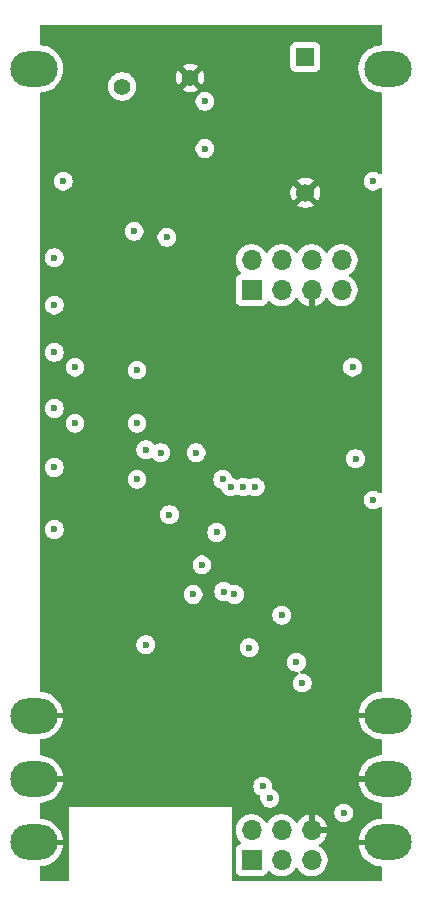
<source format=gbr>
%TF.GenerationSoftware,KiCad,Pcbnew,9.0.0*%
%TF.CreationDate,2025-03-01T12:53:57-06:00*%
%TF.ProjectId,ptSolar,7074536f-6c61-4722-9e6b-696361645f70,rev?*%
%TF.SameCoordinates,Original*%
%TF.FileFunction,Copper,L3,Inr*%
%TF.FilePolarity,Positive*%
%FSLAX46Y46*%
G04 Gerber Fmt 4.6, Leading zero omitted, Abs format (unit mm)*
G04 Created by KiCad (PCBNEW 9.0.0) date 2025-03-01 12:53:57*
%MOMM*%
%LPD*%
G01*
G04 APERTURE LIST*
%TA.AperFunction,ComponentPad*%
%ADD10O,4.000000X3.000000*%
%TD*%
%TA.AperFunction,ComponentPad*%
%ADD11C,1.400000*%
%TD*%
%TA.AperFunction,ComponentPad*%
%ADD12R,1.700000X1.700000*%
%TD*%
%TA.AperFunction,ComponentPad*%
%ADD13O,1.700000X1.700000*%
%TD*%
%TA.AperFunction,ComponentPad*%
%ADD14R,1.524000X1.524000*%
%TD*%
%TA.AperFunction,ComponentPad*%
%ADD15C,1.524000*%
%TD*%
%TA.AperFunction,ViaPad*%
%ADD16C,0.600000*%
%TD*%
G04 APERTURE END LIST*
D10*
%TO.N,Net-(D1-A)*%
%TO.C,PV1*%
X137250000Y-72000000D03*
%TO.N,GND*%
X137250000Y-126750000D03*
X137250000Y-132125000D03*
X137250000Y-137500000D03*
%TD*%
D11*
%TO.N,GND*%
%TO.C,ANT2b1*%
X150500000Y-72750000D03*
%TD*%
D10*
%TO.N,Net-(D2-A)*%
%TO.C,JPV2*%
X167250000Y-72000000D03*
%TO.N,GND*%
X167250000Y-126750000D03*
X167250000Y-132125000D03*
X167250000Y-137500000D03*
%TD*%
D11*
%TO.N,Net-(ANT2-In)*%
%TO.C,ANT2a1*%
X144750000Y-73500000D03*
%TD*%
D12*
%TO.N,/MISO*%
%TO.C,J1*%
X155700000Y-139000000D03*
D13*
%TO.N,+BATT*%
X155700000Y-136460000D03*
%TO.N,/SCK*%
X158240000Y-139000000D03*
%TO.N,/MOSI*%
X158240000Y-136460000D03*
%TO.N,/RESET*%
X160780000Y-139000000D03*
%TO.N,GND*%
X160780000Y-136460000D03*
%TD*%
D12*
%TO.N,Net-(J2-Pin_1)*%
%TO.C,J2*%
X155700000Y-90740000D03*
D13*
%TO.N,+3.3V*%
X155700000Y-88200000D03*
%TO.N,Net-(J2-Pin_3)*%
X158240000Y-90740000D03*
%TO.N,/SCL*%
X158240000Y-88200000D03*
%TO.N,GND*%
X160780000Y-90740000D03*
%TO.N,/SDA*%
X160780000Y-88200000D03*
%TO.N,/DIG-PTT*%
X163320000Y-90740000D03*
%TO.N,Net-(J2-Pin_8)*%
X163320000Y-88200000D03*
%TD*%
D14*
%TO.N,Net-(D1-K)*%
%TO.C,C1*%
X160250000Y-71000000D03*
D15*
%TO.N,GND*%
X160250000Y-82500000D03*
%TD*%
D16*
%TO.N,+BATT*%
X139000000Y-105750000D03*
X139000000Y-96000000D03*
X151750000Y-78750000D03*
X166000000Y-81500000D03*
X139000000Y-100750000D03*
X166000000Y-108500000D03*
X139000000Y-111000000D03*
X139000000Y-92000000D03*
X139000000Y-88000000D03*
%TO.N,GND*%
X151000000Y-85000000D03*
X151000000Y-81500000D03*
X142500000Y-85500000D03*
X165250000Y-69000000D03*
X164250000Y-119250000D03*
X148750000Y-120000000D03*
X153000000Y-131250000D03*
X140750000Y-94000000D03*
X139750000Y-69000000D03*
X165750000Y-77000000D03*
X144250000Y-90500000D03*
X151250000Y-92500000D03*
X151750000Y-69000000D03*
X151250000Y-89750000D03*
X159500000Y-109250000D03*
X159750000Y-98750000D03*
X155250000Y-113250000D03*
X150500000Y-114500000D03*
X164500000Y-93250000D03*
X151000000Y-76750000D03*
X139000000Y-123750000D03*
X156000000Y-93250000D03*
X150500000Y-112750000D03*
X139000000Y-113750000D03*
X153000000Y-123250000D03*
%TO.N,Net-(U3-ANTENNA)*%
X145750000Y-85750000D03*
%TO.N,/RESET*%
X156650000Y-132750000D03*
X152750000Y-111250000D03*
X155500000Y-121000000D03*
%TO.N,/MOSI*%
X157250000Y-133750000D03*
%TO.N,/SCL*%
X155000000Y-107400000D03*
%TO.N,/SDA*%
X156000000Y-107400000D03*
%TO.N,+3.3V*%
X163500000Y-135000000D03*
X151500000Y-114000000D03*
X158250000Y-118250000D03*
X148531250Y-86250000D03*
X146750000Y-120750000D03*
X146000000Y-106750000D03*
X146000000Y-97500000D03*
X146000000Y-102000000D03*
%TO.N,Net-(U3-MIC-IN)*%
X160000000Y-124000000D03*
%TO.N,Net-(U3-HIGH{slash}LOW)*%
X164250000Y-97250000D03*
%TO.N,Net-(J2-Pin_1)*%
X153925735Y-107400000D03*
%TO.N,Net-(U2-PD3)*%
X148750000Y-109750000D03*
X159500000Y-122250000D03*
%TO.N,Net-(J2-Pin_8)*%
X150750000Y-116500000D03*
%TO.N,Net-(J2-Pin_3)*%
X153250000Y-106750000D03*
%TO.N,Net-(D1-K)*%
X139750000Y-81500000D03*
X151750000Y-74750000D03*
%TO.N,Net-(Q1-D)*%
X146750000Y-104250000D03*
%TO.N,Net-(Q4-C)*%
X164500000Y-105000000D03*
%TO.N,Net-(Q2-D)*%
X140750000Y-102000000D03*
%TO.N,Net-(Q2-S)*%
X148000000Y-104500000D03*
X153350000Y-116250000D03*
%TO.N,Net-(Q3-D)*%
X140750000Y-97250000D03*
%TO.N,Net-(Q3-S)*%
X154250000Y-116500000D03*
X151000000Y-104500000D03*
%TD*%
%TA.AperFunction,Conductor*%
%TO.N,GND*%
G36*
X166692539Y-68270185D02*
G01*
X166738294Y-68322989D01*
X166749500Y-68374500D01*
X166749500Y-69875500D01*
X166729815Y-69942539D01*
X166677011Y-69988294D01*
X166625500Y-69999500D01*
X166618872Y-69999500D01*
X166387772Y-70029926D01*
X166358884Y-70033730D01*
X166105581Y-70101602D01*
X166105571Y-70101605D01*
X165863309Y-70201953D01*
X165863299Y-70201958D01*
X165636196Y-70333075D01*
X165428148Y-70492718D01*
X165242718Y-70678148D01*
X165083075Y-70886196D01*
X164951958Y-71113299D01*
X164951953Y-71113309D01*
X164851605Y-71355571D01*
X164851602Y-71355581D01*
X164783730Y-71608885D01*
X164749500Y-71868872D01*
X164749500Y-72131127D01*
X164766797Y-72262500D01*
X164783730Y-72391116D01*
X164838523Y-72595606D01*
X164851602Y-72644418D01*
X164851605Y-72644428D01*
X164951953Y-72886690D01*
X164951958Y-72886700D01*
X165083075Y-73113803D01*
X165242718Y-73321851D01*
X165242726Y-73321860D01*
X165428140Y-73507274D01*
X165428148Y-73507281D01*
X165636196Y-73666924D01*
X165863299Y-73798041D01*
X165863309Y-73798046D01*
X166105571Y-73898394D01*
X166105581Y-73898398D01*
X166358884Y-73966270D01*
X166618880Y-74000500D01*
X166625500Y-74000500D01*
X166692539Y-74020185D01*
X166738294Y-74072989D01*
X166749500Y-74124500D01*
X166749500Y-80818059D01*
X166729815Y-80885098D01*
X166677011Y-80930853D01*
X166607853Y-80940797D01*
X166544297Y-80911772D01*
X166537819Y-80905740D01*
X166510292Y-80878213D01*
X166510288Y-80878210D01*
X166379185Y-80790609D01*
X166379172Y-80790602D01*
X166233501Y-80730264D01*
X166233489Y-80730261D01*
X166078845Y-80699500D01*
X166078842Y-80699500D01*
X165921158Y-80699500D01*
X165921155Y-80699500D01*
X165766510Y-80730261D01*
X165766498Y-80730264D01*
X165620827Y-80790602D01*
X165620814Y-80790609D01*
X165489711Y-80878210D01*
X165489707Y-80878213D01*
X165378213Y-80989707D01*
X165378210Y-80989711D01*
X165290609Y-81120814D01*
X165290602Y-81120827D01*
X165230264Y-81266498D01*
X165230261Y-81266510D01*
X165199500Y-81421153D01*
X165199500Y-81578846D01*
X165230261Y-81733489D01*
X165230264Y-81733501D01*
X165290602Y-81879172D01*
X165290609Y-81879185D01*
X165378210Y-82010288D01*
X165378213Y-82010292D01*
X165489707Y-82121786D01*
X165489711Y-82121789D01*
X165620814Y-82209390D01*
X165620827Y-82209397D01*
X165757626Y-82266060D01*
X165766503Y-82269737D01*
X165921153Y-82300499D01*
X165921156Y-82300500D01*
X165921158Y-82300500D01*
X166078844Y-82300500D01*
X166078845Y-82300499D01*
X166233497Y-82269737D01*
X166379179Y-82209394D01*
X166510289Y-82121789D01*
X166513078Y-82119000D01*
X166537819Y-82094260D01*
X166599142Y-82060775D01*
X166668834Y-82065759D01*
X166724767Y-82107631D01*
X166749184Y-82173095D01*
X166749500Y-82181941D01*
X166749500Y-107818059D01*
X166729815Y-107885098D01*
X166677011Y-107930853D01*
X166607853Y-107940797D01*
X166544297Y-107911772D01*
X166537819Y-107905740D01*
X166510292Y-107878213D01*
X166510288Y-107878210D01*
X166379185Y-107790609D01*
X166379172Y-107790602D01*
X166233501Y-107730264D01*
X166233489Y-107730261D01*
X166078845Y-107699500D01*
X166078842Y-107699500D01*
X165921158Y-107699500D01*
X165921155Y-107699500D01*
X165766510Y-107730261D01*
X165766498Y-107730264D01*
X165620827Y-107790602D01*
X165620814Y-107790609D01*
X165489711Y-107878210D01*
X165489707Y-107878213D01*
X165378213Y-107989707D01*
X165378210Y-107989711D01*
X165290609Y-108120814D01*
X165290602Y-108120827D01*
X165230264Y-108266498D01*
X165230261Y-108266510D01*
X165199500Y-108421153D01*
X165199500Y-108578846D01*
X165230261Y-108733489D01*
X165230264Y-108733501D01*
X165290602Y-108879172D01*
X165290609Y-108879185D01*
X165378210Y-109010288D01*
X165378213Y-109010292D01*
X165489707Y-109121786D01*
X165489711Y-109121789D01*
X165620814Y-109209390D01*
X165620827Y-109209397D01*
X165694013Y-109239711D01*
X165766503Y-109269737D01*
X165921153Y-109300499D01*
X165921156Y-109300500D01*
X165921158Y-109300500D01*
X166078844Y-109300500D01*
X166078845Y-109300499D01*
X166233497Y-109269737D01*
X166379179Y-109209394D01*
X166510289Y-109121789D01*
X166510292Y-109121786D01*
X166537819Y-109094260D01*
X166599142Y-109060775D01*
X166668834Y-109065759D01*
X166724767Y-109107631D01*
X166749184Y-109173095D01*
X166749500Y-109181941D01*
X166749500Y-124626000D01*
X166729815Y-124693039D01*
X166677011Y-124738794D01*
X166625500Y-124750000D01*
X166618905Y-124750000D01*
X166358990Y-124784220D01*
X166358979Y-124784222D01*
X166105744Y-124852075D01*
X165863528Y-124952404D01*
X165863517Y-124952409D01*
X165636471Y-125083496D01*
X165428480Y-125243092D01*
X165428473Y-125243098D01*
X165243098Y-125428473D01*
X165243092Y-125428480D01*
X165083496Y-125636471D01*
X164952409Y-125863517D01*
X164952404Y-125863528D01*
X164852075Y-126105744D01*
X164784221Y-126358983D01*
X164765654Y-126499999D01*
X164765655Y-126500000D01*
X166024015Y-126500000D01*
X166000000Y-126651623D01*
X166000000Y-126848377D01*
X166024015Y-127000000D01*
X164765655Y-127000000D01*
X164784221Y-127141016D01*
X164852075Y-127394255D01*
X164952404Y-127636471D01*
X164952409Y-127636482D01*
X165083496Y-127863528D01*
X165243092Y-128071519D01*
X165243098Y-128071526D01*
X165428473Y-128256901D01*
X165428480Y-128256907D01*
X165636471Y-128416503D01*
X165863517Y-128547590D01*
X165863528Y-128547595D01*
X166105744Y-128647924D01*
X166358979Y-128715777D01*
X166358990Y-128715779D01*
X166618905Y-128749999D01*
X166618920Y-128750000D01*
X166625500Y-128750000D01*
X166692539Y-128769685D01*
X166738294Y-128822489D01*
X166749500Y-128874000D01*
X166749500Y-130001000D01*
X166729815Y-130068039D01*
X166677011Y-130113794D01*
X166625500Y-130125000D01*
X166618905Y-130125000D01*
X166358990Y-130159220D01*
X166358979Y-130159222D01*
X166105744Y-130227075D01*
X165863528Y-130327404D01*
X165863517Y-130327409D01*
X165636471Y-130458496D01*
X165428480Y-130618092D01*
X165428473Y-130618098D01*
X165243098Y-130803473D01*
X165243092Y-130803480D01*
X165083496Y-131011471D01*
X164952409Y-131238517D01*
X164952404Y-131238528D01*
X164852075Y-131480744D01*
X164784221Y-131733983D01*
X164765654Y-131874999D01*
X164765655Y-131875000D01*
X166024015Y-131875000D01*
X166000000Y-132026623D01*
X166000000Y-132223377D01*
X166024015Y-132375000D01*
X164765655Y-132375000D01*
X164784221Y-132516016D01*
X164852075Y-132769255D01*
X164952404Y-133011471D01*
X164952409Y-133011482D01*
X165083496Y-133238528D01*
X165243092Y-133446519D01*
X165243098Y-133446526D01*
X165428473Y-133631901D01*
X165428480Y-133631907D01*
X165636471Y-133791503D01*
X165863517Y-133922590D01*
X165863528Y-133922595D01*
X166105744Y-134022924D01*
X166358979Y-134090777D01*
X166358990Y-134090779D01*
X166618905Y-134124999D01*
X166618920Y-134125000D01*
X166625500Y-134125000D01*
X166692539Y-134144685D01*
X166738294Y-134197489D01*
X166749500Y-134249000D01*
X166749500Y-135376000D01*
X166729815Y-135443039D01*
X166677011Y-135488794D01*
X166625500Y-135500000D01*
X166618905Y-135500000D01*
X166358990Y-135534220D01*
X166358979Y-135534222D01*
X166105744Y-135602075D01*
X165863528Y-135702404D01*
X165863517Y-135702409D01*
X165636471Y-135833496D01*
X165428480Y-135993092D01*
X165428473Y-135993098D01*
X165243098Y-136178473D01*
X165243092Y-136178480D01*
X165083496Y-136386471D01*
X164952409Y-136613517D01*
X164952404Y-136613528D01*
X164852075Y-136855744D01*
X164784221Y-137108983D01*
X164765654Y-137249999D01*
X164765655Y-137250000D01*
X166024015Y-137250000D01*
X166000000Y-137401623D01*
X166000000Y-137598377D01*
X166024015Y-137750000D01*
X164765655Y-137750000D01*
X164784221Y-137891016D01*
X164852075Y-138144255D01*
X164952404Y-138386471D01*
X164952409Y-138386482D01*
X165083496Y-138613528D01*
X165243092Y-138821519D01*
X165243098Y-138821526D01*
X165428473Y-139006901D01*
X165428480Y-139006907D01*
X165636471Y-139166503D01*
X165863517Y-139297590D01*
X165863528Y-139297595D01*
X166105744Y-139397924D01*
X166358979Y-139465777D01*
X166358990Y-139465779D01*
X166618905Y-139499999D01*
X166618920Y-139500000D01*
X166625500Y-139500000D01*
X166692539Y-139519685D01*
X166738294Y-139572489D01*
X166749500Y-139624000D01*
X166749500Y-140625500D01*
X166729815Y-140692539D01*
X166677011Y-140738294D01*
X166625500Y-140749500D01*
X154124000Y-140749500D01*
X154056961Y-140729815D01*
X154011206Y-140677011D01*
X154000000Y-140625500D01*
X154000000Y-136353713D01*
X154349500Y-136353713D01*
X154349500Y-136566286D01*
X154382753Y-136776239D01*
X154448444Y-136978414D01*
X154544951Y-137167820D01*
X154669890Y-137339786D01*
X154783430Y-137453326D01*
X154816915Y-137514649D01*
X154811931Y-137584341D01*
X154770059Y-137640274D01*
X154739083Y-137657189D01*
X154607669Y-137706203D01*
X154607664Y-137706206D01*
X154492455Y-137792452D01*
X154492452Y-137792455D01*
X154406206Y-137907664D01*
X154406202Y-137907671D01*
X154355908Y-138042517D01*
X154349501Y-138102116D01*
X154349500Y-138102135D01*
X154349500Y-139897870D01*
X154349501Y-139897876D01*
X154355908Y-139957483D01*
X154406202Y-140092328D01*
X154406206Y-140092335D01*
X154492452Y-140207544D01*
X154492455Y-140207547D01*
X154607664Y-140293793D01*
X154607671Y-140293797D01*
X154742517Y-140344091D01*
X154742516Y-140344091D01*
X154749444Y-140344835D01*
X154802127Y-140350500D01*
X156597872Y-140350499D01*
X156657483Y-140344091D01*
X156792331Y-140293796D01*
X156907546Y-140207546D01*
X156993796Y-140092331D01*
X157042810Y-139960916D01*
X157084681Y-139904984D01*
X157150145Y-139880566D01*
X157218418Y-139895417D01*
X157246673Y-139916569D01*
X157360213Y-140030109D01*
X157532179Y-140155048D01*
X157532181Y-140155049D01*
X157532184Y-140155051D01*
X157721588Y-140251557D01*
X157923757Y-140317246D01*
X158133713Y-140350500D01*
X158133714Y-140350500D01*
X158346286Y-140350500D01*
X158346287Y-140350500D01*
X158556243Y-140317246D01*
X158758412Y-140251557D01*
X158947816Y-140155051D01*
X159034138Y-140092335D01*
X159119786Y-140030109D01*
X159119788Y-140030106D01*
X159119792Y-140030104D01*
X159270104Y-139879792D01*
X159270106Y-139879788D01*
X159270109Y-139879786D01*
X159395048Y-139707820D01*
X159395047Y-139707820D01*
X159395051Y-139707816D01*
X159399514Y-139699054D01*
X159447488Y-139648259D01*
X159515308Y-139631463D01*
X159581444Y-139653999D01*
X159620486Y-139699056D01*
X159624951Y-139707820D01*
X159749890Y-139879786D01*
X159900213Y-140030109D01*
X160072179Y-140155048D01*
X160072181Y-140155049D01*
X160072184Y-140155051D01*
X160261588Y-140251557D01*
X160463757Y-140317246D01*
X160673713Y-140350500D01*
X160673714Y-140350500D01*
X160886286Y-140350500D01*
X160886287Y-140350500D01*
X161096243Y-140317246D01*
X161298412Y-140251557D01*
X161487816Y-140155051D01*
X161574138Y-140092335D01*
X161659786Y-140030109D01*
X161659788Y-140030106D01*
X161659792Y-140030104D01*
X161810104Y-139879792D01*
X161810106Y-139879788D01*
X161810109Y-139879786D01*
X161935048Y-139707820D01*
X161935047Y-139707820D01*
X161935051Y-139707816D01*
X162031557Y-139518412D01*
X162097246Y-139316243D01*
X162130500Y-139106287D01*
X162130500Y-138893713D01*
X162097246Y-138683757D01*
X162031557Y-138481588D01*
X161935051Y-138292184D01*
X161935049Y-138292181D01*
X161935048Y-138292179D01*
X161810109Y-138120213D01*
X161659786Y-137969890D01*
X161487817Y-137844949D01*
X161478504Y-137840204D01*
X161427707Y-137792230D01*
X161410912Y-137724409D01*
X161433449Y-137658274D01*
X161478507Y-137619232D01*
X161487558Y-137614620D01*
X161659459Y-137489727D01*
X161659464Y-137489723D01*
X161809723Y-137339464D01*
X161809727Y-137339459D01*
X161934620Y-137167557D01*
X162031095Y-136978217D01*
X162096757Y-136776129D01*
X162096757Y-136776126D01*
X162107231Y-136710000D01*
X161213012Y-136710000D01*
X161245925Y-136652993D01*
X161280000Y-136525826D01*
X161280000Y-136394174D01*
X161245925Y-136267007D01*
X161213012Y-136210000D01*
X162107231Y-136210000D01*
X162096757Y-136143873D01*
X162096757Y-136143870D01*
X162031095Y-135941782D01*
X161934620Y-135752442D01*
X161809727Y-135580540D01*
X161809723Y-135580535D01*
X161659464Y-135430276D01*
X161659459Y-135430272D01*
X161487557Y-135305379D01*
X161298215Y-135208903D01*
X161096124Y-135143241D01*
X161030000Y-135132768D01*
X161030000Y-136026988D01*
X160972993Y-135994075D01*
X160845826Y-135960000D01*
X160714174Y-135960000D01*
X160587007Y-135994075D01*
X160530000Y-136026988D01*
X160530000Y-135132768D01*
X160529999Y-135132768D01*
X160463875Y-135143241D01*
X160261784Y-135208903D01*
X160072442Y-135305379D01*
X159900540Y-135430272D01*
X159900535Y-135430276D01*
X159750276Y-135580535D01*
X159750272Y-135580540D01*
X159625378Y-135752443D01*
X159620762Y-135761502D01*
X159572784Y-135812295D01*
X159504963Y-135829087D01*
X159438829Y-135806546D01*
X159399794Y-135761493D01*
X159395051Y-135752184D01*
X159395049Y-135752181D01*
X159395048Y-135752179D01*
X159270109Y-135580213D01*
X159119786Y-135429890D01*
X158947820Y-135304951D01*
X158758414Y-135208444D01*
X158758413Y-135208443D01*
X158758412Y-135208443D01*
X158556243Y-135142754D01*
X158556241Y-135142753D01*
X158556240Y-135142753D01*
X158394957Y-135117208D01*
X158346287Y-135109500D01*
X158133713Y-135109500D01*
X158085042Y-135117208D01*
X157923760Y-135142753D01*
X157721585Y-135208444D01*
X157532179Y-135304951D01*
X157360213Y-135429890D01*
X157209890Y-135580213D01*
X157084949Y-135752182D01*
X157080484Y-135760946D01*
X157032509Y-135811742D01*
X156964688Y-135828536D01*
X156898553Y-135805998D01*
X156859516Y-135760946D01*
X156855050Y-135752182D01*
X156730109Y-135580213D01*
X156579786Y-135429890D01*
X156407820Y-135304951D01*
X156218414Y-135208444D01*
X156218413Y-135208443D01*
X156218412Y-135208443D01*
X156016243Y-135142754D01*
X156016241Y-135142753D01*
X156016240Y-135142753D01*
X155854957Y-135117208D01*
X155806287Y-135109500D01*
X155593713Y-135109500D01*
X155545042Y-135117208D01*
X155383760Y-135142753D01*
X155181585Y-135208444D01*
X154992179Y-135304951D01*
X154820213Y-135429890D01*
X154669890Y-135580213D01*
X154544951Y-135752179D01*
X154448444Y-135941585D01*
X154382753Y-136143760D01*
X154349500Y-136353713D01*
X154000000Y-136353713D01*
X154000000Y-134921153D01*
X162699500Y-134921153D01*
X162699500Y-135078846D01*
X162730261Y-135233489D01*
X162730264Y-135233501D01*
X162790602Y-135379172D01*
X162790609Y-135379185D01*
X162878210Y-135510288D01*
X162878213Y-135510292D01*
X162989707Y-135621786D01*
X162989711Y-135621789D01*
X163120814Y-135709390D01*
X163120827Y-135709397D01*
X163266498Y-135769735D01*
X163266503Y-135769737D01*
X163421153Y-135800499D01*
X163421156Y-135800500D01*
X163421158Y-135800500D01*
X163578844Y-135800500D01*
X163578845Y-135800499D01*
X163733497Y-135769737D01*
X163879179Y-135709394D01*
X164010289Y-135621789D01*
X164121789Y-135510289D01*
X164209394Y-135379179D01*
X164269737Y-135233497D01*
X164300500Y-135078842D01*
X164300500Y-134921158D01*
X164300500Y-134921155D01*
X164300499Y-134921153D01*
X164269738Y-134766510D01*
X164269737Y-134766503D01*
X164269735Y-134766498D01*
X164209397Y-134620827D01*
X164209390Y-134620814D01*
X164121789Y-134489711D01*
X164121786Y-134489707D01*
X164010292Y-134378213D01*
X164010288Y-134378210D01*
X163879185Y-134290609D01*
X163879172Y-134290602D01*
X163733501Y-134230264D01*
X163733489Y-134230261D01*
X163578845Y-134199500D01*
X163578842Y-134199500D01*
X163421158Y-134199500D01*
X163421155Y-134199500D01*
X163266510Y-134230261D01*
X163266498Y-134230264D01*
X163120827Y-134290602D01*
X163120814Y-134290609D01*
X162989711Y-134378210D01*
X162989707Y-134378213D01*
X162878213Y-134489707D01*
X162878210Y-134489711D01*
X162790609Y-134620814D01*
X162790602Y-134620827D01*
X162730264Y-134766498D01*
X162730261Y-134766510D01*
X162699500Y-134921153D01*
X154000000Y-134921153D01*
X154000000Y-134500000D01*
X140250000Y-134500000D01*
X140250000Y-140625500D01*
X140230315Y-140692539D01*
X140177511Y-140738294D01*
X140126000Y-140749500D01*
X137874500Y-140749500D01*
X137807461Y-140729815D01*
X137761706Y-140677011D01*
X137750500Y-140625500D01*
X137750500Y-139624000D01*
X137770185Y-139556961D01*
X137822989Y-139511206D01*
X137874500Y-139500000D01*
X137881080Y-139500000D01*
X137881094Y-139499999D01*
X138141009Y-139465779D01*
X138141020Y-139465777D01*
X138394255Y-139397924D01*
X138636471Y-139297595D01*
X138636482Y-139297590D01*
X138863528Y-139166503D01*
X139071519Y-139006907D01*
X139071526Y-139006901D01*
X139256901Y-138821526D01*
X139256907Y-138821519D01*
X139416503Y-138613528D01*
X139547590Y-138386482D01*
X139547595Y-138386471D01*
X139647924Y-138144255D01*
X139715778Y-137891016D01*
X139734345Y-137750000D01*
X138475985Y-137750000D01*
X138500000Y-137598377D01*
X138500000Y-137401623D01*
X138475985Y-137250000D01*
X139734345Y-137250000D01*
X139734345Y-137249999D01*
X139715778Y-137108983D01*
X139647924Y-136855744D01*
X139547595Y-136613528D01*
X139547590Y-136613517D01*
X139416503Y-136386471D01*
X139256907Y-136178480D01*
X139256901Y-136178473D01*
X139071526Y-135993098D01*
X139071519Y-135993092D01*
X138863528Y-135833496D01*
X138636482Y-135702409D01*
X138636471Y-135702404D01*
X138394255Y-135602075D01*
X138141020Y-135534222D01*
X138141009Y-135534220D01*
X137881094Y-135500000D01*
X137874500Y-135500000D01*
X137807461Y-135480315D01*
X137761706Y-135427511D01*
X137750500Y-135376000D01*
X137750500Y-134249000D01*
X137770185Y-134181961D01*
X137822989Y-134136206D01*
X137874500Y-134125000D01*
X137881080Y-134125000D01*
X137881094Y-134124999D01*
X138141009Y-134090779D01*
X138141020Y-134090777D01*
X138394255Y-134022924D01*
X138636471Y-133922595D01*
X138636482Y-133922590D01*
X138863528Y-133791503D01*
X139071519Y-133631907D01*
X139071526Y-133631901D01*
X139256901Y-133446526D01*
X139256907Y-133446519D01*
X139416503Y-133238528D01*
X139547590Y-133011482D01*
X139547595Y-133011471D01*
X139647924Y-132769255D01*
X139674211Y-132671153D01*
X155849500Y-132671153D01*
X155849500Y-132828846D01*
X155880261Y-132983489D01*
X155880264Y-132983501D01*
X155940602Y-133129172D01*
X155940609Y-133129185D01*
X156028210Y-133260288D01*
X156028213Y-133260292D01*
X156139707Y-133371786D01*
X156139711Y-133371789D01*
X156270814Y-133459390D01*
X156270827Y-133459397D01*
X156380796Y-133504947D01*
X156435200Y-133548787D01*
X156457265Y-133615081D01*
X156454962Y-133643698D01*
X156449500Y-133671159D01*
X156449500Y-133828846D01*
X156480261Y-133983489D01*
X156480264Y-133983501D01*
X156540602Y-134129172D01*
X156540609Y-134129185D01*
X156628210Y-134260288D01*
X156628213Y-134260292D01*
X156739707Y-134371786D01*
X156739711Y-134371789D01*
X156870814Y-134459390D01*
X156870827Y-134459397D01*
X156944013Y-134489711D01*
X157016503Y-134519737D01*
X157171153Y-134550499D01*
X157171156Y-134550500D01*
X157171158Y-134550500D01*
X157328844Y-134550500D01*
X157328845Y-134550499D01*
X157483497Y-134519737D01*
X157629179Y-134459394D01*
X157760289Y-134371789D01*
X157871789Y-134260289D01*
X157959394Y-134129179D01*
X158019737Y-133983497D01*
X158050500Y-133828842D01*
X158050500Y-133671158D01*
X158050500Y-133671155D01*
X158050499Y-133671153D01*
X158042691Y-133631901D01*
X158019737Y-133516503D01*
X157959794Y-133371786D01*
X157959397Y-133370827D01*
X157959390Y-133370814D01*
X157871789Y-133239711D01*
X157871786Y-133239707D01*
X157760292Y-133128213D01*
X157760288Y-133128210D01*
X157629185Y-133040609D01*
X157629176Y-133040604D01*
X157519202Y-132995052D01*
X157464799Y-132951211D01*
X157442734Y-132884917D01*
X157445037Y-132856303D01*
X157450500Y-132828842D01*
X157450500Y-132671158D01*
X157450500Y-132671155D01*
X157450499Y-132671153D01*
X157419738Y-132516510D01*
X157419737Y-132516503D01*
X157419535Y-132516016D01*
X157359397Y-132370827D01*
X157359390Y-132370814D01*
X157271789Y-132239711D01*
X157271786Y-132239707D01*
X157160292Y-132128213D01*
X157160288Y-132128210D01*
X157029185Y-132040609D01*
X157029172Y-132040602D01*
X156883501Y-131980264D01*
X156883489Y-131980261D01*
X156728845Y-131949500D01*
X156728842Y-131949500D01*
X156571158Y-131949500D01*
X156571155Y-131949500D01*
X156416510Y-131980261D01*
X156416498Y-131980264D01*
X156270827Y-132040602D01*
X156270814Y-132040609D01*
X156139711Y-132128210D01*
X156139707Y-132128213D01*
X156028213Y-132239707D01*
X156028210Y-132239711D01*
X155940609Y-132370814D01*
X155940602Y-132370827D01*
X155880264Y-132516498D01*
X155880261Y-132516510D01*
X155849500Y-132671153D01*
X139674211Y-132671153D01*
X139684441Y-132632973D01*
X139715778Y-132516016D01*
X139734345Y-132375000D01*
X138475985Y-132375000D01*
X138500000Y-132223377D01*
X138500000Y-132026623D01*
X138475985Y-131875000D01*
X139734345Y-131875000D01*
X139734345Y-131874999D01*
X139715778Y-131733983D01*
X139647924Y-131480744D01*
X139547595Y-131238528D01*
X139547590Y-131238517D01*
X139416503Y-131011471D01*
X139256907Y-130803480D01*
X139256901Y-130803473D01*
X139071526Y-130618098D01*
X139071519Y-130618092D01*
X138863528Y-130458496D01*
X138636482Y-130327409D01*
X138636471Y-130327404D01*
X138394255Y-130227075D01*
X138141020Y-130159222D01*
X138141009Y-130159220D01*
X137881094Y-130125000D01*
X137874500Y-130125000D01*
X137807461Y-130105315D01*
X137761706Y-130052511D01*
X137750500Y-130001000D01*
X137750500Y-128874000D01*
X137770185Y-128806961D01*
X137822989Y-128761206D01*
X137874500Y-128750000D01*
X137881080Y-128750000D01*
X137881094Y-128749999D01*
X138141009Y-128715779D01*
X138141020Y-128715777D01*
X138394255Y-128647924D01*
X138636471Y-128547595D01*
X138636482Y-128547590D01*
X138863528Y-128416503D01*
X139071519Y-128256907D01*
X139071526Y-128256901D01*
X139256901Y-128071526D01*
X139256907Y-128071519D01*
X139416503Y-127863528D01*
X139547590Y-127636482D01*
X139547595Y-127636471D01*
X139647924Y-127394255D01*
X139715778Y-127141016D01*
X139734345Y-127000000D01*
X138475985Y-127000000D01*
X138500000Y-126848377D01*
X138500000Y-126651623D01*
X138475985Y-126500000D01*
X139734345Y-126500000D01*
X139734345Y-126499999D01*
X139715778Y-126358983D01*
X139647924Y-126105744D01*
X139547595Y-125863528D01*
X139547590Y-125863517D01*
X139416503Y-125636471D01*
X139256907Y-125428480D01*
X139256901Y-125428473D01*
X139071526Y-125243098D01*
X139071519Y-125243092D01*
X138863528Y-125083496D01*
X138636482Y-124952409D01*
X138636471Y-124952404D01*
X138394255Y-124852075D01*
X138141020Y-124784222D01*
X138141009Y-124784220D01*
X137881094Y-124750000D01*
X137874500Y-124750000D01*
X137807461Y-124730315D01*
X137761706Y-124677511D01*
X137750500Y-124626000D01*
X137750500Y-122171153D01*
X158699500Y-122171153D01*
X158699500Y-122328846D01*
X158730261Y-122483489D01*
X158730264Y-122483501D01*
X158790602Y-122629172D01*
X158790609Y-122629185D01*
X158878210Y-122760288D01*
X158878213Y-122760292D01*
X158989707Y-122871786D01*
X158989711Y-122871789D01*
X159120814Y-122959390D01*
X159120827Y-122959397D01*
X159266498Y-123019735D01*
X159266503Y-123019737D01*
X159421153Y-123050499D01*
X159421156Y-123050500D01*
X159577098Y-123050500D01*
X159644137Y-123070185D01*
X159689892Y-123122989D01*
X159699836Y-123192147D01*
X159670811Y-123255703D01*
X159624549Y-123289062D01*
X159620821Y-123290605D01*
X159620814Y-123290609D01*
X159489711Y-123378210D01*
X159489707Y-123378213D01*
X159378213Y-123489707D01*
X159378210Y-123489711D01*
X159290609Y-123620814D01*
X159290602Y-123620827D01*
X159230264Y-123766498D01*
X159230261Y-123766510D01*
X159199500Y-123921153D01*
X159199500Y-124078846D01*
X159230261Y-124233489D01*
X159230264Y-124233501D01*
X159290602Y-124379172D01*
X159290609Y-124379185D01*
X159378210Y-124510288D01*
X159378213Y-124510292D01*
X159489707Y-124621786D01*
X159489711Y-124621789D01*
X159620814Y-124709390D01*
X159620827Y-124709397D01*
X159691799Y-124738794D01*
X159766503Y-124769737D01*
X159921153Y-124800499D01*
X159921156Y-124800500D01*
X159921158Y-124800500D01*
X160078844Y-124800500D01*
X160078845Y-124800499D01*
X160233497Y-124769737D01*
X160379179Y-124709394D01*
X160510289Y-124621789D01*
X160621789Y-124510289D01*
X160709394Y-124379179D01*
X160769737Y-124233497D01*
X160800500Y-124078842D01*
X160800500Y-123921158D01*
X160800500Y-123921155D01*
X160800499Y-123921153D01*
X160769738Y-123766510D01*
X160769737Y-123766503D01*
X160769735Y-123766498D01*
X160709397Y-123620827D01*
X160709390Y-123620814D01*
X160621789Y-123489711D01*
X160621786Y-123489707D01*
X160510292Y-123378213D01*
X160510288Y-123378210D01*
X160379185Y-123290609D01*
X160379172Y-123290602D01*
X160233501Y-123230264D01*
X160233489Y-123230261D01*
X160078845Y-123199500D01*
X160078842Y-123199500D01*
X159922902Y-123199500D01*
X159855863Y-123179815D01*
X159810108Y-123127011D01*
X159800164Y-123057853D01*
X159829189Y-122994297D01*
X159875451Y-122960938D01*
X159879179Y-122959394D01*
X160010289Y-122871789D01*
X160121789Y-122760289D01*
X160209394Y-122629179D01*
X160269737Y-122483497D01*
X160300500Y-122328842D01*
X160300500Y-122171158D01*
X160300500Y-122171155D01*
X160300499Y-122171153D01*
X160269738Y-122016510D01*
X160269737Y-122016503D01*
X160269735Y-122016498D01*
X160209397Y-121870827D01*
X160209390Y-121870814D01*
X160121789Y-121739711D01*
X160121786Y-121739707D01*
X160010292Y-121628213D01*
X160010288Y-121628210D01*
X159879185Y-121540609D01*
X159879172Y-121540602D01*
X159733501Y-121480264D01*
X159733489Y-121480261D01*
X159578845Y-121449500D01*
X159578842Y-121449500D01*
X159421158Y-121449500D01*
X159421155Y-121449500D01*
X159266510Y-121480261D01*
X159266498Y-121480264D01*
X159120827Y-121540602D01*
X159120814Y-121540609D01*
X158989711Y-121628210D01*
X158989707Y-121628213D01*
X158878213Y-121739707D01*
X158878210Y-121739711D01*
X158790609Y-121870814D01*
X158790602Y-121870827D01*
X158730264Y-122016498D01*
X158730261Y-122016510D01*
X158699500Y-122171153D01*
X137750500Y-122171153D01*
X137750500Y-120671153D01*
X145949500Y-120671153D01*
X145949500Y-120828846D01*
X145980261Y-120983489D01*
X145980264Y-120983501D01*
X146040602Y-121129172D01*
X146040609Y-121129185D01*
X146128210Y-121260288D01*
X146128213Y-121260292D01*
X146239707Y-121371786D01*
X146239711Y-121371789D01*
X146370814Y-121459390D01*
X146370827Y-121459397D01*
X146516498Y-121519735D01*
X146516503Y-121519737D01*
X146671153Y-121550499D01*
X146671156Y-121550500D01*
X146671158Y-121550500D01*
X146828844Y-121550500D01*
X146828845Y-121550499D01*
X146983497Y-121519737D01*
X147129179Y-121459394D01*
X147260289Y-121371789D01*
X147371789Y-121260289D01*
X147459394Y-121129179D01*
X147519737Y-120983497D01*
X147532138Y-120921153D01*
X154699500Y-120921153D01*
X154699500Y-121078846D01*
X154730261Y-121233489D01*
X154730264Y-121233501D01*
X154790602Y-121379172D01*
X154790609Y-121379185D01*
X154878210Y-121510288D01*
X154878213Y-121510292D01*
X154989707Y-121621786D01*
X154989711Y-121621789D01*
X155120814Y-121709390D01*
X155120827Y-121709397D01*
X155194013Y-121739711D01*
X155266503Y-121769737D01*
X155421153Y-121800499D01*
X155421156Y-121800500D01*
X155421158Y-121800500D01*
X155578844Y-121800500D01*
X155578845Y-121800499D01*
X155733497Y-121769737D01*
X155879179Y-121709394D01*
X156010289Y-121621789D01*
X156121789Y-121510289D01*
X156209394Y-121379179D01*
X156269737Y-121233497D01*
X156300500Y-121078842D01*
X156300500Y-120921158D01*
X156300500Y-120921155D01*
X156300499Y-120921153D01*
X156269738Y-120766510D01*
X156269737Y-120766503D01*
X156230242Y-120671153D01*
X156209397Y-120620827D01*
X156209390Y-120620814D01*
X156121789Y-120489711D01*
X156121786Y-120489707D01*
X156010292Y-120378213D01*
X156010288Y-120378210D01*
X155879185Y-120290609D01*
X155879172Y-120290602D01*
X155733501Y-120230264D01*
X155733489Y-120230261D01*
X155578845Y-120199500D01*
X155578842Y-120199500D01*
X155421158Y-120199500D01*
X155421155Y-120199500D01*
X155266510Y-120230261D01*
X155266498Y-120230264D01*
X155120827Y-120290602D01*
X155120814Y-120290609D01*
X154989711Y-120378210D01*
X154989707Y-120378213D01*
X154878213Y-120489707D01*
X154878210Y-120489711D01*
X154790609Y-120620814D01*
X154790602Y-120620827D01*
X154730264Y-120766498D01*
X154730261Y-120766510D01*
X154699500Y-120921153D01*
X147532138Y-120921153D01*
X147538161Y-120890874D01*
X147550500Y-120828844D01*
X147550500Y-120671155D01*
X147550499Y-120671153D01*
X147519738Y-120516510D01*
X147519737Y-120516503D01*
X147519735Y-120516498D01*
X147459397Y-120370827D01*
X147459390Y-120370814D01*
X147371789Y-120239711D01*
X147371786Y-120239707D01*
X147260292Y-120128213D01*
X147260288Y-120128210D01*
X147129185Y-120040609D01*
X147129172Y-120040602D01*
X146983501Y-119980264D01*
X146983489Y-119980261D01*
X146828845Y-119949500D01*
X146828842Y-119949500D01*
X146671158Y-119949500D01*
X146671155Y-119949500D01*
X146516510Y-119980261D01*
X146516498Y-119980264D01*
X146370827Y-120040602D01*
X146370814Y-120040609D01*
X146239711Y-120128210D01*
X146239707Y-120128213D01*
X146128213Y-120239707D01*
X146128210Y-120239711D01*
X146040609Y-120370814D01*
X146040602Y-120370827D01*
X145980264Y-120516498D01*
X145980261Y-120516510D01*
X145949500Y-120671153D01*
X137750500Y-120671153D01*
X137750500Y-118171153D01*
X157449500Y-118171153D01*
X157449500Y-118328846D01*
X157480261Y-118483489D01*
X157480264Y-118483501D01*
X157540602Y-118629172D01*
X157540609Y-118629185D01*
X157628210Y-118760288D01*
X157628213Y-118760292D01*
X157739707Y-118871786D01*
X157739711Y-118871789D01*
X157870814Y-118959390D01*
X157870827Y-118959397D01*
X158016498Y-119019735D01*
X158016503Y-119019737D01*
X158171153Y-119050499D01*
X158171156Y-119050500D01*
X158171158Y-119050500D01*
X158328844Y-119050500D01*
X158328845Y-119050499D01*
X158483497Y-119019737D01*
X158629179Y-118959394D01*
X158760289Y-118871789D01*
X158871789Y-118760289D01*
X158959394Y-118629179D01*
X159019737Y-118483497D01*
X159050500Y-118328842D01*
X159050500Y-118171158D01*
X159050500Y-118171155D01*
X159050499Y-118171153D01*
X159019738Y-118016510D01*
X159019737Y-118016503D01*
X159019735Y-118016498D01*
X158959397Y-117870827D01*
X158959390Y-117870814D01*
X158871789Y-117739711D01*
X158871786Y-117739707D01*
X158760292Y-117628213D01*
X158760288Y-117628210D01*
X158629185Y-117540609D01*
X158629172Y-117540602D01*
X158483501Y-117480264D01*
X158483489Y-117480261D01*
X158328845Y-117449500D01*
X158328842Y-117449500D01*
X158171158Y-117449500D01*
X158171155Y-117449500D01*
X158016510Y-117480261D01*
X158016498Y-117480264D01*
X157870827Y-117540602D01*
X157870814Y-117540609D01*
X157739711Y-117628210D01*
X157739707Y-117628213D01*
X157628213Y-117739707D01*
X157628210Y-117739711D01*
X157540609Y-117870814D01*
X157540602Y-117870827D01*
X157480264Y-118016498D01*
X157480261Y-118016510D01*
X157449500Y-118171153D01*
X137750500Y-118171153D01*
X137750500Y-116421153D01*
X149949500Y-116421153D01*
X149949500Y-116578846D01*
X149980261Y-116733489D01*
X149980264Y-116733501D01*
X150040602Y-116879172D01*
X150040609Y-116879185D01*
X150128210Y-117010288D01*
X150128213Y-117010292D01*
X150239707Y-117121786D01*
X150239711Y-117121789D01*
X150370814Y-117209390D01*
X150370827Y-117209397D01*
X150516498Y-117269735D01*
X150516503Y-117269737D01*
X150671153Y-117300499D01*
X150671156Y-117300500D01*
X150671158Y-117300500D01*
X150828844Y-117300500D01*
X150828845Y-117300499D01*
X150983497Y-117269737D01*
X151129179Y-117209394D01*
X151260289Y-117121789D01*
X151371789Y-117010289D01*
X151459394Y-116879179D01*
X151519737Y-116733497D01*
X151550500Y-116578842D01*
X151550500Y-116421158D01*
X151550500Y-116421155D01*
X151550499Y-116421153D01*
X151519738Y-116266510D01*
X151519737Y-116266503D01*
X151480242Y-116171153D01*
X152549500Y-116171153D01*
X152549500Y-116328846D01*
X152580261Y-116483489D01*
X152580264Y-116483501D01*
X152640602Y-116629172D01*
X152640609Y-116629185D01*
X152728210Y-116760288D01*
X152728213Y-116760292D01*
X152839707Y-116871786D01*
X152839711Y-116871789D01*
X152970814Y-116959390D01*
X152970827Y-116959397D01*
X153116498Y-117019735D01*
X153116503Y-117019737D01*
X153271153Y-117050499D01*
X153271156Y-117050500D01*
X153271158Y-117050500D01*
X153428844Y-117050500D01*
X153428845Y-117050499D01*
X153465803Y-117043147D01*
X153563667Y-117023682D01*
X153633258Y-117029909D01*
X153675539Y-117057618D01*
X153739707Y-117121786D01*
X153739711Y-117121789D01*
X153870814Y-117209390D01*
X153870827Y-117209397D01*
X154016498Y-117269735D01*
X154016503Y-117269737D01*
X154171153Y-117300499D01*
X154171156Y-117300500D01*
X154171158Y-117300500D01*
X154328844Y-117300500D01*
X154328845Y-117300499D01*
X154483497Y-117269737D01*
X154629179Y-117209394D01*
X154760289Y-117121789D01*
X154871789Y-117010289D01*
X154959394Y-116879179D01*
X155019737Y-116733497D01*
X155050500Y-116578842D01*
X155050500Y-116421158D01*
X155050500Y-116421155D01*
X155050499Y-116421153D01*
X155019738Y-116266510D01*
X155019737Y-116266503D01*
X155019735Y-116266498D01*
X154959397Y-116120827D01*
X154959390Y-116120814D01*
X154871789Y-115989711D01*
X154871786Y-115989707D01*
X154760292Y-115878213D01*
X154760288Y-115878210D01*
X154629185Y-115790609D01*
X154629172Y-115790602D01*
X154483501Y-115730264D01*
X154483489Y-115730261D01*
X154328845Y-115699500D01*
X154328842Y-115699500D01*
X154171158Y-115699500D01*
X154171155Y-115699500D01*
X154036333Y-115726318D01*
X153966742Y-115720091D01*
X153924461Y-115692382D01*
X153860292Y-115628213D01*
X153860288Y-115628210D01*
X153729185Y-115540609D01*
X153729172Y-115540602D01*
X153583501Y-115480264D01*
X153583489Y-115480261D01*
X153428845Y-115449500D01*
X153428842Y-115449500D01*
X153271158Y-115449500D01*
X153271155Y-115449500D01*
X153116510Y-115480261D01*
X153116498Y-115480264D01*
X152970827Y-115540602D01*
X152970814Y-115540609D01*
X152839711Y-115628210D01*
X152839707Y-115628213D01*
X152728213Y-115739707D01*
X152728210Y-115739711D01*
X152640609Y-115870814D01*
X152640602Y-115870827D01*
X152580264Y-116016498D01*
X152580261Y-116016510D01*
X152549500Y-116171153D01*
X151480242Y-116171153D01*
X151479933Y-116170408D01*
X151459397Y-116120827D01*
X151459390Y-116120814D01*
X151371789Y-115989711D01*
X151371786Y-115989707D01*
X151260292Y-115878213D01*
X151260288Y-115878210D01*
X151129185Y-115790609D01*
X151129172Y-115790602D01*
X150983501Y-115730264D01*
X150983489Y-115730261D01*
X150828845Y-115699500D01*
X150828842Y-115699500D01*
X150671158Y-115699500D01*
X150671155Y-115699500D01*
X150516510Y-115730261D01*
X150516498Y-115730264D01*
X150370827Y-115790602D01*
X150370814Y-115790609D01*
X150239711Y-115878210D01*
X150239707Y-115878213D01*
X150128213Y-115989707D01*
X150128210Y-115989711D01*
X150040609Y-116120814D01*
X150040602Y-116120827D01*
X149980264Y-116266498D01*
X149980261Y-116266510D01*
X149949500Y-116421153D01*
X137750500Y-116421153D01*
X137750500Y-113921153D01*
X150699500Y-113921153D01*
X150699500Y-114078846D01*
X150730261Y-114233489D01*
X150730264Y-114233501D01*
X150790602Y-114379172D01*
X150790609Y-114379185D01*
X150878210Y-114510288D01*
X150878213Y-114510292D01*
X150989707Y-114621786D01*
X150989711Y-114621789D01*
X151120814Y-114709390D01*
X151120827Y-114709397D01*
X151266498Y-114769735D01*
X151266503Y-114769737D01*
X151421153Y-114800499D01*
X151421156Y-114800500D01*
X151421158Y-114800500D01*
X151578844Y-114800500D01*
X151578845Y-114800499D01*
X151733497Y-114769737D01*
X151879179Y-114709394D01*
X152010289Y-114621789D01*
X152121789Y-114510289D01*
X152209394Y-114379179D01*
X152269737Y-114233497D01*
X152300500Y-114078842D01*
X152300500Y-113921158D01*
X152300500Y-113921155D01*
X152300499Y-113921153D01*
X152269738Y-113766510D01*
X152269737Y-113766503D01*
X152269735Y-113766498D01*
X152209397Y-113620827D01*
X152209390Y-113620814D01*
X152121789Y-113489711D01*
X152121786Y-113489707D01*
X152010292Y-113378213D01*
X152010288Y-113378210D01*
X151879185Y-113290609D01*
X151879172Y-113290602D01*
X151733501Y-113230264D01*
X151733489Y-113230261D01*
X151578845Y-113199500D01*
X151578842Y-113199500D01*
X151421158Y-113199500D01*
X151421155Y-113199500D01*
X151266510Y-113230261D01*
X151266498Y-113230264D01*
X151120827Y-113290602D01*
X151120814Y-113290609D01*
X150989711Y-113378210D01*
X150989707Y-113378213D01*
X150878213Y-113489707D01*
X150878210Y-113489711D01*
X150790609Y-113620814D01*
X150790602Y-113620827D01*
X150730264Y-113766498D01*
X150730261Y-113766510D01*
X150699500Y-113921153D01*
X137750500Y-113921153D01*
X137750500Y-110921153D01*
X138199500Y-110921153D01*
X138199500Y-111078846D01*
X138230261Y-111233489D01*
X138230264Y-111233501D01*
X138290602Y-111379172D01*
X138290609Y-111379185D01*
X138378210Y-111510288D01*
X138378213Y-111510292D01*
X138489707Y-111621786D01*
X138489711Y-111621789D01*
X138620814Y-111709390D01*
X138620827Y-111709397D01*
X138766498Y-111769735D01*
X138766503Y-111769737D01*
X138921153Y-111800499D01*
X138921156Y-111800500D01*
X138921158Y-111800500D01*
X139078844Y-111800500D01*
X139078845Y-111800499D01*
X139233497Y-111769737D01*
X139379179Y-111709394D01*
X139510289Y-111621789D01*
X139621789Y-111510289D01*
X139709394Y-111379179D01*
X139769737Y-111233497D01*
X139782138Y-111171153D01*
X151949500Y-111171153D01*
X151949500Y-111328846D01*
X151980261Y-111483489D01*
X151980264Y-111483501D01*
X152040602Y-111629172D01*
X152040609Y-111629185D01*
X152128210Y-111760288D01*
X152128213Y-111760292D01*
X152239707Y-111871786D01*
X152239711Y-111871789D01*
X152370814Y-111959390D01*
X152370827Y-111959397D01*
X152516498Y-112019735D01*
X152516503Y-112019737D01*
X152671153Y-112050499D01*
X152671156Y-112050500D01*
X152671158Y-112050500D01*
X152828844Y-112050500D01*
X152828845Y-112050499D01*
X152983497Y-112019737D01*
X153129179Y-111959394D01*
X153260289Y-111871789D01*
X153371789Y-111760289D01*
X153459394Y-111629179D01*
X153519737Y-111483497D01*
X153550500Y-111328842D01*
X153550500Y-111171158D01*
X153550500Y-111171155D01*
X153550499Y-111171153D01*
X153519738Y-111016510D01*
X153519737Y-111016503D01*
X153480242Y-110921153D01*
X153459397Y-110870827D01*
X153459390Y-110870814D01*
X153371789Y-110739711D01*
X153371786Y-110739707D01*
X153260292Y-110628213D01*
X153260288Y-110628210D01*
X153129185Y-110540609D01*
X153129172Y-110540602D01*
X152983501Y-110480264D01*
X152983489Y-110480261D01*
X152828845Y-110449500D01*
X152828842Y-110449500D01*
X152671158Y-110449500D01*
X152671155Y-110449500D01*
X152516510Y-110480261D01*
X152516498Y-110480264D01*
X152370827Y-110540602D01*
X152370814Y-110540609D01*
X152239711Y-110628210D01*
X152239707Y-110628213D01*
X152128213Y-110739707D01*
X152128210Y-110739711D01*
X152040609Y-110870814D01*
X152040602Y-110870827D01*
X151980264Y-111016498D01*
X151980261Y-111016510D01*
X151949500Y-111171153D01*
X139782138Y-111171153D01*
X139788161Y-111140874D01*
X139800500Y-111078844D01*
X139800500Y-110921155D01*
X139800499Y-110921153D01*
X139769738Y-110766510D01*
X139769737Y-110766503D01*
X139769735Y-110766498D01*
X139709397Y-110620827D01*
X139709390Y-110620814D01*
X139621789Y-110489711D01*
X139621786Y-110489707D01*
X139510292Y-110378213D01*
X139510288Y-110378210D01*
X139379185Y-110290609D01*
X139379172Y-110290602D01*
X139233501Y-110230264D01*
X139233489Y-110230261D01*
X139078845Y-110199500D01*
X139078842Y-110199500D01*
X138921158Y-110199500D01*
X138921155Y-110199500D01*
X138766510Y-110230261D01*
X138766498Y-110230264D01*
X138620827Y-110290602D01*
X138620814Y-110290609D01*
X138489711Y-110378210D01*
X138489707Y-110378213D01*
X138378213Y-110489707D01*
X138378210Y-110489711D01*
X138290609Y-110620814D01*
X138290602Y-110620827D01*
X138230264Y-110766498D01*
X138230261Y-110766510D01*
X138199500Y-110921153D01*
X137750500Y-110921153D01*
X137750500Y-109671153D01*
X147949500Y-109671153D01*
X147949500Y-109828846D01*
X147980261Y-109983489D01*
X147980264Y-109983501D01*
X148040602Y-110129172D01*
X148040609Y-110129185D01*
X148128210Y-110260288D01*
X148128213Y-110260292D01*
X148239707Y-110371786D01*
X148239711Y-110371789D01*
X148370814Y-110459390D01*
X148370827Y-110459397D01*
X148444013Y-110489711D01*
X148516503Y-110519737D01*
X148671153Y-110550499D01*
X148671156Y-110550500D01*
X148671158Y-110550500D01*
X148828844Y-110550500D01*
X148828845Y-110550499D01*
X148983497Y-110519737D01*
X149129179Y-110459394D01*
X149260289Y-110371789D01*
X149371789Y-110260289D01*
X149459394Y-110129179D01*
X149519737Y-109983497D01*
X149550500Y-109828842D01*
X149550500Y-109671158D01*
X149550500Y-109671155D01*
X149550499Y-109671153D01*
X149519738Y-109516510D01*
X149519737Y-109516503D01*
X149519735Y-109516498D01*
X149459397Y-109370827D01*
X149459390Y-109370814D01*
X149371789Y-109239711D01*
X149371786Y-109239707D01*
X149260292Y-109128213D01*
X149260288Y-109128210D01*
X149129185Y-109040609D01*
X149129172Y-109040602D01*
X148983501Y-108980264D01*
X148983489Y-108980261D01*
X148828845Y-108949500D01*
X148828842Y-108949500D01*
X148671158Y-108949500D01*
X148671155Y-108949500D01*
X148516510Y-108980261D01*
X148516498Y-108980264D01*
X148370827Y-109040602D01*
X148370814Y-109040609D01*
X148239711Y-109128210D01*
X148239707Y-109128213D01*
X148128213Y-109239707D01*
X148128210Y-109239711D01*
X148040609Y-109370814D01*
X148040602Y-109370827D01*
X147980264Y-109516498D01*
X147980261Y-109516510D01*
X147949500Y-109671153D01*
X137750500Y-109671153D01*
X137750500Y-106671153D01*
X145199500Y-106671153D01*
X145199500Y-106828846D01*
X145230261Y-106983489D01*
X145230264Y-106983501D01*
X145290602Y-107129172D01*
X145290609Y-107129185D01*
X145378210Y-107260288D01*
X145378213Y-107260292D01*
X145489707Y-107371786D01*
X145489711Y-107371789D01*
X145620814Y-107459390D01*
X145620827Y-107459397D01*
X145766498Y-107519735D01*
X145766503Y-107519737D01*
X145888184Y-107543941D01*
X145921153Y-107550499D01*
X145921156Y-107550500D01*
X145921158Y-107550500D01*
X146078844Y-107550500D01*
X146078845Y-107550499D01*
X146233497Y-107519737D01*
X146379179Y-107459394D01*
X146510289Y-107371789D01*
X146621789Y-107260289D01*
X146709394Y-107129179D01*
X146769737Y-106983497D01*
X146800500Y-106828842D01*
X146800500Y-106671158D01*
X146800500Y-106671155D01*
X146800499Y-106671153D01*
X152449500Y-106671153D01*
X152449500Y-106828846D01*
X152480261Y-106983489D01*
X152480264Y-106983501D01*
X152540602Y-107129172D01*
X152540609Y-107129185D01*
X152628210Y-107260288D01*
X152628213Y-107260292D01*
X152739707Y-107371786D01*
X152739711Y-107371789D01*
X152870814Y-107459390D01*
X152870827Y-107459397D01*
X153016498Y-107519735D01*
X153016503Y-107519737D01*
X153039020Y-107524216D01*
X153056921Y-107527777D01*
X153118832Y-107560161D01*
X153153406Y-107620877D01*
X153154346Y-107625197D01*
X153155995Y-107633488D01*
X153155999Y-107633501D01*
X153216337Y-107779172D01*
X153216344Y-107779185D01*
X153303945Y-107910288D01*
X153303948Y-107910292D01*
X153415442Y-108021786D01*
X153415446Y-108021789D01*
X153546549Y-108109390D01*
X153546562Y-108109397D01*
X153692233Y-108169735D01*
X153692238Y-108169737D01*
X153846888Y-108200499D01*
X153846891Y-108200500D01*
X153846893Y-108200500D01*
X154004579Y-108200500D01*
X154004580Y-108200499D01*
X154159232Y-108169737D01*
X154277327Y-108120821D01*
X154304907Y-108109397D01*
X154304907Y-108109396D01*
X154304914Y-108109394D01*
X154393978Y-108049882D01*
X154460652Y-108029006D01*
X154528033Y-108047490D01*
X154531758Y-108049884D01*
X154620814Y-108109390D01*
X154620827Y-108109397D01*
X154766498Y-108169735D01*
X154766503Y-108169737D01*
X154921153Y-108200499D01*
X154921156Y-108200500D01*
X154921158Y-108200500D01*
X155078844Y-108200500D01*
X155078845Y-108200499D01*
X155233497Y-108169737D01*
X155379179Y-108109394D01*
X155431110Y-108074694D01*
X155497785Y-108053816D01*
X155565165Y-108072300D01*
X155568863Y-108074676D01*
X155620821Y-108109394D01*
X155620823Y-108109395D01*
X155620825Y-108109396D01*
X155766498Y-108169735D01*
X155766503Y-108169737D01*
X155921153Y-108200499D01*
X155921156Y-108200500D01*
X155921158Y-108200500D01*
X156078844Y-108200500D01*
X156078845Y-108200499D01*
X156233497Y-108169737D01*
X156351592Y-108120821D01*
X156379172Y-108109397D01*
X156379172Y-108109396D01*
X156379179Y-108109394D01*
X156510289Y-108021789D01*
X156621789Y-107910289D01*
X156709394Y-107779179D01*
X156769737Y-107633497D01*
X156800500Y-107478842D01*
X156800500Y-107321158D01*
X156800500Y-107321155D01*
X156800499Y-107321153D01*
X156769738Y-107166510D01*
X156769737Y-107166503D01*
X156769735Y-107166498D01*
X156709397Y-107020827D01*
X156709390Y-107020814D01*
X156621789Y-106889711D01*
X156621786Y-106889707D01*
X156510292Y-106778213D01*
X156510288Y-106778210D01*
X156379185Y-106690609D01*
X156379172Y-106690602D01*
X156233501Y-106630264D01*
X156233489Y-106630261D01*
X156078845Y-106599500D01*
X156078842Y-106599500D01*
X155921158Y-106599500D01*
X155921155Y-106599500D01*
X155766510Y-106630261D01*
X155766498Y-106630264D01*
X155620827Y-106690602D01*
X155620814Y-106690609D01*
X155568891Y-106725304D01*
X155502214Y-106746182D01*
X155434833Y-106727698D01*
X155431109Y-106725304D01*
X155379185Y-106690609D01*
X155379172Y-106690602D01*
X155233501Y-106630264D01*
X155233489Y-106630261D01*
X155078845Y-106599500D01*
X155078842Y-106599500D01*
X154921158Y-106599500D01*
X154921155Y-106599500D01*
X154766510Y-106630261D01*
X154766498Y-106630264D01*
X154620827Y-106690602D01*
X154620809Y-106690612D01*
X154531757Y-106750115D01*
X154465080Y-106770993D01*
X154397700Y-106752508D01*
X154393976Y-106750115D01*
X154304920Y-106690609D01*
X154304907Y-106690602D01*
X154159236Y-106630264D01*
X154159226Y-106630261D01*
X154118811Y-106622222D01*
X154056900Y-106589836D01*
X154022326Y-106529120D01*
X154021397Y-106524849D01*
X154019737Y-106516503D01*
X153959794Y-106371786D01*
X153959397Y-106370827D01*
X153959390Y-106370814D01*
X153871789Y-106239711D01*
X153871786Y-106239707D01*
X153760292Y-106128213D01*
X153760288Y-106128210D01*
X153629185Y-106040609D01*
X153629172Y-106040602D01*
X153483501Y-105980264D01*
X153483489Y-105980261D01*
X153328845Y-105949500D01*
X153328842Y-105949500D01*
X153171158Y-105949500D01*
X153171155Y-105949500D01*
X153016510Y-105980261D01*
X153016498Y-105980264D01*
X152870827Y-106040602D01*
X152870814Y-106040609D01*
X152739711Y-106128210D01*
X152739707Y-106128213D01*
X152628213Y-106239707D01*
X152628210Y-106239711D01*
X152540609Y-106370814D01*
X152540602Y-106370827D01*
X152480264Y-106516498D01*
X152480261Y-106516510D01*
X152449500Y-106671153D01*
X146800499Y-106671153D01*
X146775097Y-106543449D01*
X146769737Y-106516503D01*
X146709794Y-106371786D01*
X146709397Y-106370827D01*
X146709390Y-106370814D01*
X146621789Y-106239711D01*
X146621786Y-106239707D01*
X146510292Y-106128213D01*
X146510288Y-106128210D01*
X146379185Y-106040609D01*
X146379172Y-106040602D01*
X146233501Y-105980264D01*
X146233489Y-105980261D01*
X146078845Y-105949500D01*
X146078842Y-105949500D01*
X145921158Y-105949500D01*
X145921155Y-105949500D01*
X145766510Y-105980261D01*
X145766498Y-105980264D01*
X145620827Y-106040602D01*
X145620814Y-106040609D01*
X145489711Y-106128210D01*
X145489707Y-106128213D01*
X145378213Y-106239707D01*
X145378210Y-106239711D01*
X145290609Y-106370814D01*
X145290602Y-106370827D01*
X145230264Y-106516498D01*
X145230261Y-106516510D01*
X145199500Y-106671153D01*
X137750500Y-106671153D01*
X137750500Y-105671153D01*
X138199500Y-105671153D01*
X138199500Y-105828846D01*
X138230261Y-105983489D01*
X138230264Y-105983501D01*
X138290602Y-106129172D01*
X138290609Y-106129185D01*
X138378210Y-106260288D01*
X138378213Y-106260292D01*
X138489707Y-106371786D01*
X138489711Y-106371789D01*
X138620814Y-106459390D01*
X138620827Y-106459397D01*
X138758695Y-106516503D01*
X138766503Y-106519737D01*
X138921153Y-106550499D01*
X138921156Y-106550500D01*
X138921158Y-106550500D01*
X139078844Y-106550500D01*
X139078845Y-106550499D01*
X139089179Y-106548443D01*
X139114287Y-106543450D01*
X139114292Y-106543449D01*
X139208099Y-106524789D01*
X139233497Y-106519737D01*
X139379179Y-106459394D01*
X139510289Y-106371789D01*
X139621789Y-106260289D01*
X139709394Y-106129179D01*
X139769737Y-105983497D01*
X139800500Y-105828842D01*
X139800500Y-105671158D01*
X139800500Y-105671155D01*
X139800499Y-105671153D01*
X139769738Y-105516510D01*
X139769737Y-105516503D01*
X139767163Y-105510288D01*
X139709397Y-105370827D01*
X139709390Y-105370814D01*
X139621789Y-105239711D01*
X139621786Y-105239707D01*
X139510292Y-105128213D01*
X139510288Y-105128210D01*
X139379185Y-105040609D01*
X139379172Y-105040602D01*
X139233501Y-104980264D01*
X139233489Y-104980261D01*
X139078845Y-104949500D01*
X139078842Y-104949500D01*
X138921158Y-104949500D01*
X138921155Y-104949500D01*
X138766510Y-104980261D01*
X138766498Y-104980264D01*
X138620827Y-105040602D01*
X138620814Y-105040609D01*
X138489711Y-105128210D01*
X138489707Y-105128213D01*
X138378213Y-105239707D01*
X138378210Y-105239711D01*
X138290609Y-105370814D01*
X138290602Y-105370827D01*
X138230264Y-105516498D01*
X138230261Y-105516510D01*
X138199500Y-105671153D01*
X137750500Y-105671153D01*
X137750500Y-104171153D01*
X145949500Y-104171153D01*
X145949500Y-104328846D01*
X145980261Y-104483489D01*
X145980264Y-104483501D01*
X146040602Y-104629172D01*
X146040609Y-104629185D01*
X146128210Y-104760288D01*
X146128213Y-104760292D01*
X146239707Y-104871786D01*
X146239711Y-104871789D01*
X146370814Y-104959390D01*
X146370827Y-104959397D01*
X146516498Y-105019735D01*
X146516503Y-105019737D01*
X146671153Y-105050499D01*
X146671156Y-105050500D01*
X146671158Y-105050500D01*
X146828844Y-105050500D01*
X146828845Y-105050499D01*
X146983497Y-105019737D01*
X147129179Y-104959394D01*
X147174731Y-104928956D01*
X147241408Y-104908078D01*
X147308788Y-104926562D01*
X147346725Y-104963168D01*
X147378207Y-105010284D01*
X147378213Y-105010292D01*
X147489707Y-105121786D01*
X147489711Y-105121789D01*
X147620814Y-105209390D01*
X147620827Y-105209397D01*
X147694013Y-105239711D01*
X147766503Y-105269737D01*
X147921153Y-105300499D01*
X147921156Y-105300500D01*
X147921158Y-105300500D01*
X148078844Y-105300500D01*
X148078845Y-105300499D01*
X148233497Y-105269737D01*
X148379179Y-105209394D01*
X148510289Y-105121789D01*
X148621789Y-105010289D01*
X148709394Y-104879179D01*
X148769737Y-104733497D01*
X148800500Y-104578842D01*
X148800500Y-104421158D01*
X148800500Y-104421155D01*
X148800499Y-104421153D01*
X150199500Y-104421153D01*
X150199500Y-104578846D01*
X150230261Y-104733489D01*
X150230264Y-104733501D01*
X150290602Y-104879172D01*
X150290609Y-104879185D01*
X150378210Y-105010288D01*
X150378213Y-105010292D01*
X150489707Y-105121786D01*
X150489711Y-105121789D01*
X150620814Y-105209390D01*
X150620827Y-105209397D01*
X150694013Y-105239711D01*
X150766503Y-105269737D01*
X150921153Y-105300499D01*
X150921156Y-105300500D01*
X150921158Y-105300500D01*
X151078844Y-105300500D01*
X151078845Y-105300499D01*
X151233497Y-105269737D01*
X151379179Y-105209394D01*
X151510289Y-105121789D01*
X151621789Y-105010289D01*
X151681348Y-104921153D01*
X163699500Y-104921153D01*
X163699500Y-105078846D01*
X163730261Y-105233489D01*
X163730264Y-105233501D01*
X163790602Y-105379172D01*
X163790609Y-105379185D01*
X163878210Y-105510288D01*
X163878213Y-105510292D01*
X163989707Y-105621786D01*
X163989711Y-105621789D01*
X164120814Y-105709390D01*
X164120827Y-105709397D01*
X164266498Y-105769735D01*
X164266503Y-105769737D01*
X164421153Y-105800499D01*
X164421156Y-105800500D01*
X164421158Y-105800500D01*
X164578844Y-105800500D01*
X164578845Y-105800499D01*
X164733497Y-105769737D01*
X164879179Y-105709394D01*
X165010289Y-105621789D01*
X165121789Y-105510289D01*
X165209394Y-105379179D01*
X165212854Y-105370827D01*
X165241984Y-105300499D01*
X165269737Y-105233497D01*
X165300500Y-105078842D01*
X165300500Y-104921158D01*
X165300500Y-104921155D01*
X165300499Y-104921153D01*
X165269738Y-104766510D01*
X165269737Y-104766503D01*
X165256062Y-104733489D01*
X165209397Y-104620827D01*
X165209390Y-104620814D01*
X165121789Y-104489711D01*
X165121786Y-104489707D01*
X165010292Y-104378213D01*
X165010288Y-104378210D01*
X164879185Y-104290609D01*
X164879172Y-104290602D01*
X164733501Y-104230264D01*
X164733489Y-104230261D01*
X164578845Y-104199500D01*
X164578842Y-104199500D01*
X164421158Y-104199500D01*
X164421155Y-104199500D01*
X164266510Y-104230261D01*
X164266498Y-104230264D01*
X164120827Y-104290602D01*
X164120814Y-104290609D01*
X163989711Y-104378210D01*
X163989707Y-104378213D01*
X163878213Y-104489707D01*
X163878210Y-104489711D01*
X163790609Y-104620814D01*
X163790602Y-104620827D01*
X163730264Y-104766498D01*
X163730261Y-104766510D01*
X163699500Y-104921153D01*
X151681348Y-104921153D01*
X151709394Y-104879179D01*
X151769737Y-104733497D01*
X151800500Y-104578842D01*
X151800500Y-104421158D01*
X151800500Y-104421155D01*
X151800499Y-104421153D01*
X151774531Y-104290606D01*
X151769737Y-104266503D01*
X151769735Y-104266498D01*
X151709397Y-104120827D01*
X151709390Y-104120814D01*
X151621789Y-103989711D01*
X151621786Y-103989707D01*
X151510292Y-103878213D01*
X151510288Y-103878210D01*
X151379185Y-103790609D01*
X151379172Y-103790602D01*
X151233501Y-103730264D01*
X151233489Y-103730261D01*
X151078845Y-103699500D01*
X151078842Y-103699500D01*
X150921158Y-103699500D01*
X150921155Y-103699500D01*
X150766510Y-103730261D01*
X150766498Y-103730264D01*
X150620827Y-103790602D01*
X150620814Y-103790609D01*
X150489711Y-103878210D01*
X150489707Y-103878213D01*
X150378213Y-103989707D01*
X150378210Y-103989711D01*
X150290609Y-104120814D01*
X150290602Y-104120827D01*
X150230264Y-104266498D01*
X150230261Y-104266510D01*
X150199500Y-104421153D01*
X148800499Y-104421153D01*
X148774531Y-104290606D01*
X148769737Y-104266503D01*
X148769735Y-104266498D01*
X148709397Y-104120827D01*
X148709390Y-104120814D01*
X148621789Y-103989711D01*
X148621786Y-103989707D01*
X148510292Y-103878213D01*
X148510288Y-103878210D01*
X148379185Y-103790609D01*
X148379172Y-103790602D01*
X148233501Y-103730264D01*
X148233489Y-103730261D01*
X148078845Y-103699500D01*
X148078842Y-103699500D01*
X147921158Y-103699500D01*
X147921155Y-103699500D01*
X147766510Y-103730261D01*
X147766498Y-103730264D01*
X147620827Y-103790602D01*
X147620816Y-103790608D01*
X147575266Y-103821044D01*
X147508588Y-103841921D01*
X147441208Y-103823436D01*
X147403274Y-103786832D01*
X147371789Y-103739711D01*
X147371787Y-103739708D01*
X147260292Y-103628213D01*
X147260288Y-103628210D01*
X147129185Y-103540609D01*
X147129172Y-103540602D01*
X146983501Y-103480264D01*
X146983489Y-103480261D01*
X146828845Y-103449500D01*
X146828842Y-103449500D01*
X146671158Y-103449500D01*
X146671155Y-103449500D01*
X146516510Y-103480261D01*
X146516498Y-103480264D01*
X146370827Y-103540602D01*
X146370814Y-103540609D01*
X146239711Y-103628210D01*
X146239707Y-103628213D01*
X146128213Y-103739707D01*
X146128210Y-103739711D01*
X146040609Y-103870814D01*
X146040602Y-103870827D01*
X145980264Y-104016498D01*
X145980261Y-104016510D01*
X145949500Y-104171153D01*
X137750500Y-104171153D01*
X137750500Y-101921153D01*
X139949500Y-101921153D01*
X139949500Y-102078846D01*
X139980261Y-102233489D01*
X139980264Y-102233501D01*
X140040602Y-102379172D01*
X140040609Y-102379185D01*
X140128210Y-102510288D01*
X140128213Y-102510292D01*
X140239707Y-102621786D01*
X140239711Y-102621789D01*
X140370814Y-102709390D01*
X140370827Y-102709397D01*
X140516498Y-102769735D01*
X140516503Y-102769737D01*
X140671153Y-102800499D01*
X140671156Y-102800500D01*
X140671158Y-102800500D01*
X140828844Y-102800500D01*
X140828845Y-102800499D01*
X140983497Y-102769737D01*
X141129179Y-102709394D01*
X141260289Y-102621789D01*
X141371789Y-102510289D01*
X141459394Y-102379179D01*
X141519737Y-102233497D01*
X141550500Y-102078842D01*
X141550500Y-101921158D01*
X141550500Y-101921155D01*
X141550499Y-101921153D01*
X145199500Y-101921153D01*
X145199500Y-102078846D01*
X145230261Y-102233489D01*
X145230264Y-102233501D01*
X145290602Y-102379172D01*
X145290609Y-102379185D01*
X145378210Y-102510288D01*
X145378213Y-102510292D01*
X145489707Y-102621786D01*
X145489711Y-102621789D01*
X145620814Y-102709390D01*
X145620827Y-102709397D01*
X145766498Y-102769735D01*
X145766503Y-102769737D01*
X145921153Y-102800499D01*
X145921156Y-102800500D01*
X145921158Y-102800500D01*
X146078844Y-102800500D01*
X146078845Y-102800499D01*
X146233497Y-102769737D01*
X146379179Y-102709394D01*
X146510289Y-102621789D01*
X146621789Y-102510289D01*
X146709394Y-102379179D01*
X146769737Y-102233497D01*
X146800500Y-102078842D01*
X146800500Y-101921158D01*
X146800500Y-101921155D01*
X146800499Y-101921153D01*
X146769738Y-101766510D01*
X146769737Y-101766503D01*
X146769735Y-101766498D01*
X146709397Y-101620827D01*
X146709390Y-101620814D01*
X146621789Y-101489711D01*
X146621786Y-101489707D01*
X146510292Y-101378213D01*
X146510288Y-101378210D01*
X146379185Y-101290609D01*
X146379172Y-101290602D01*
X146233501Y-101230264D01*
X146233489Y-101230261D01*
X146078845Y-101199500D01*
X146078842Y-101199500D01*
X145921158Y-101199500D01*
X145921155Y-101199500D01*
X145766510Y-101230261D01*
X145766498Y-101230264D01*
X145620827Y-101290602D01*
X145620814Y-101290609D01*
X145489711Y-101378210D01*
X145489707Y-101378213D01*
X145378213Y-101489707D01*
X145378210Y-101489711D01*
X145290609Y-101620814D01*
X145290602Y-101620827D01*
X145230264Y-101766498D01*
X145230261Y-101766510D01*
X145199500Y-101921153D01*
X141550499Y-101921153D01*
X141519738Y-101766510D01*
X141519737Y-101766503D01*
X141519735Y-101766498D01*
X141459397Y-101620827D01*
X141459390Y-101620814D01*
X141371789Y-101489711D01*
X141371786Y-101489707D01*
X141260292Y-101378213D01*
X141260288Y-101378210D01*
X141129185Y-101290609D01*
X141129172Y-101290602D01*
X140983501Y-101230264D01*
X140983489Y-101230261D01*
X140828845Y-101199500D01*
X140828842Y-101199500D01*
X140671158Y-101199500D01*
X140671155Y-101199500D01*
X140516510Y-101230261D01*
X140516498Y-101230264D01*
X140370827Y-101290602D01*
X140370814Y-101290609D01*
X140239711Y-101378210D01*
X140239707Y-101378213D01*
X140128213Y-101489707D01*
X140128210Y-101489711D01*
X140040609Y-101620814D01*
X140040602Y-101620827D01*
X139980264Y-101766498D01*
X139980261Y-101766510D01*
X139949500Y-101921153D01*
X137750500Y-101921153D01*
X137750500Y-100671153D01*
X138199500Y-100671153D01*
X138199500Y-100828846D01*
X138230261Y-100983489D01*
X138230264Y-100983501D01*
X138290602Y-101129172D01*
X138290609Y-101129185D01*
X138378210Y-101260288D01*
X138378213Y-101260292D01*
X138489707Y-101371786D01*
X138489711Y-101371789D01*
X138620814Y-101459390D01*
X138620827Y-101459397D01*
X138694013Y-101489711D01*
X138766503Y-101519737D01*
X138921153Y-101550499D01*
X138921156Y-101550500D01*
X138921158Y-101550500D01*
X139078844Y-101550500D01*
X139078845Y-101550499D01*
X139233497Y-101519737D01*
X139379179Y-101459394D01*
X139510289Y-101371789D01*
X139621789Y-101260289D01*
X139709394Y-101129179D01*
X139769737Y-100983497D01*
X139800500Y-100828842D01*
X139800500Y-100671158D01*
X139800500Y-100671155D01*
X139800499Y-100671153D01*
X139769738Y-100516510D01*
X139769737Y-100516503D01*
X139769735Y-100516498D01*
X139709397Y-100370827D01*
X139709390Y-100370814D01*
X139621789Y-100239711D01*
X139621786Y-100239707D01*
X139510292Y-100128213D01*
X139510288Y-100128210D01*
X139379185Y-100040609D01*
X139379172Y-100040602D01*
X139233501Y-99980264D01*
X139233489Y-99980261D01*
X139078845Y-99949500D01*
X139078842Y-99949500D01*
X138921158Y-99949500D01*
X138921155Y-99949500D01*
X138766510Y-99980261D01*
X138766498Y-99980264D01*
X138620827Y-100040602D01*
X138620814Y-100040609D01*
X138489711Y-100128210D01*
X138489707Y-100128213D01*
X138378213Y-100239707D01*
X138378210Y-100239711D01*
X138290609Y-100370814D01*
X138290602Y-100370827D01*
X138230264Y-100516498D01*
X138230261Y-100516510D01*
X138199500Y-100671153D01*
X137750500Y-100671153D01*
X137750500Y-97171153D01*
X139949500Y-97171153D01*
X139949500Y-97328846D01*
X139980261Y-97483489D01*
X139980264Y-97483501D01*
X140040602Y-97629172D01*
X140040609Y-97629185D01*
X140128210Y-97760288D01*
X140128213Y-97760292D01*
X140239707Y-97871786D01*
X140239711Y-97871789D01*
X140370814Y-97959390D01*
X140370827Y-97959397D01*
X140516498Y-98019735D01*
X140516503Y-98019737D01*
X140671153Y-98050499D01*
X140671156Y-98050500D01*
X140671158Y-98050500D01*
X140828844Y-98050500D01*
X140828845Y-98050499D01*
X140983497Y-98019737D01*
X141129179Y-97959394D01*
X141260289Y-97871789D01*
X141371789Y-97760289D01*
X141459394Y-97629179D01*
X141519737Y-97483497D01*
X141532138Y-97421153D01*
X145199500Y-97421153D01*
X145199500Y-97578846D01*
X145230261Y-97733489D01*
X145230264Y-97733501D01*
X145290602Y-97879172D01*
X145290609Y-97879185D01*
X145378210Y-98010288D01*
X145378213Y-98010292D01*
X145489707Y-98121786D01*
X145489711Y-98121789D01*
X145620814Y-98209390D01*
X145620827Y-98209397D01*
X145766498Y-98269735D01*
X145766503Y-98269737D01*
X145921153Y-98300499D01*
X145921156Y-98300500D01*
X145921158Y-98300500D01*
X146078844Y-98300500D01*
X146078845Y-98300499D01*
X146233497Y-98269737D01*
X146379179Y-98209394D01*
X146510289Y-98121789D01*
X146621789Y-98010289D01*
X146709394Y-97879179D01*
X146769737Y-97733497D01*
X146800500Y-97578842D01*
X146800500Y-97421158D01*
X146800500Y-97421155D01*
X146800499Y-97421153D01*
X146769738Y-97266510D01*
X146769737Y-97266503D01*
X146730242Y-97171153D01*
X163449500Y-97171153D01*
X163449500Y-97328846D01*
X163480261Y-97483489D01*
X163480264Y-97483501D01*
X163540602Y-97629172D01*
X163540609Y-97629185D01*
X163628210Y-97760288D01*
X163628213Y-97760292D01*
X163739707Y-97871786D01*
X163739711Y-97871789D01*
X163870814Y-97959390D01*
X163870827Y-97959397D01*
X164016498Y-98019735D01*
X164016503Y-98019737D01*
X164171153Y-98050499D01*
X164171156Y-98050500D01*
X164171158Y-98050500D01*
X164328844Y-98050500D01*
X164328845Y-98050499D01*
X164483497Y-98019737D01*
X164629179Y-97959394D01*
X164760289Y-97871789D01*
X164871789Y-97760289D01*
X164959394Y-97629179D01*
X165019737Y-97483497D01*
X165050500Y-97328842D01*
X165050500Y-97171158D01*
X165050500Y-97171155D01*
X165050499Y-97171153D01*
X165019738Y-97016510D01*
X165019737Y-97016503D01*
X165019735Y-97016498D01*
X164959397Y-96870827D01*
X164959390Y-96870814D01*
X164871789Y-96739711D01*
X164871786Y-96739707D01*
X164760292Y-96628213D01*
X164760288Y-96628210D01*
X164629185Y-96540609D01*
X164629172Y-96540602D01*
X164483501Y-96480264D01*
X164483489Y-96480261D01*
X164328845Y-96449500D01*
X164328842Y-96449500D01*
X164171158Y-96449500D01*
X164171155Y-96449500D01*
X164016510Y-96480261D01*
X164016498Y-96480264D01*
X163870827Y-96540602D01*
X163870814Y-96540609D01*
X163739711Y-96628210D01*
X163739707Y-96628213D01*
X163628213Y-96739707D01*
X163628210Y-96739711D01*
X163540609Y-96870814D01*
X163540602Y-96870827D01*
X163480264Y-97016498D01*
X163480261Y-97016510D01*
X163449500Y-97171153D01*
X146730242Y-97171153D01*
X146729933Y-97170408D01*
X146709397Y-97120827D01*
X146709390Y-97120814D01*
X146621789Y-96989711D01*
X146621786Y-96989707D01*
X146510292Y-96878213D01*
X146510288Y-96878210D01*
X146379185Y-96790609D01*
X146379172Y-96790602D01*
X146233501Y-96730264D01*
X146233489Y-96730261D01*
X146078845Y-96699500D01*
X146078842Y-96699500D01*
X145921158Y-96699500D01*
X145921155Y-96699500D01*
X145766510Y-96730261D01*
X145766498Y-96730264D01*
X145620827Y-96790602D01*
X145620814Y-96790609D01*
X145489711Y-96878210D01*
X145489707Y-96878213D01*
X145378213Y-96989707D01*
X145378210Y-96989711D01*
X145290609Y-97120814D01*
X145290602Y-97120827D01*
X145230264Y-97266498D01*
X145230261Y-97266510D01*
X145199500Y-97421153D01*
X141532138Y-97421153D01*
X141538161Y-97390874D01*
X141550500Y-97328844D01*
X141550500Y-97171155D01*
X141550499Y-97171153D01*
X141519738Y-97016510D01*
X141519737Y-97016503D01*
X141519735Y-97016498D01*
X141459397Y-96870827D01*
X141459390Y-96870814D01*
X141371789Y-96739711D01*
X141371786Y-96739707D01*
X141260292Y-96628213D01*
X141260288Y-96628210D01*
X141129185Y-96540609D01*
X141129172Y-96540602D01*
X140983501Y-96480264D01*
X140983489Y-96480261D01*
X140828845Y-96449500D01*
X140828842Y-96449500D01*
X140671158Y-96449500D01*
X140671155Y-96449500D01*
X140516510Y-96480261D01*
X140516498Y-96480264D01*
X140370827Y-96540602D01*
X140370814Y-96540609D01*
X140239711Y-96628210D01*
X140239707Y-96628213D01*
X140128213Y-96739707D01*
X140128210Y-96739711D01*
X140040609Y-96870814D01*
X140040602Y-96870827D01*
X139980264Y-97016498D01*
X139980261Y-97016510D01*
X139949500Y-97171153D01*
X137750500Y-97171153D01*
X137750500Y-95921153D01*
X138199500Y-95921153D01*
X138199500Y-96078846D01*
X138230261Y-96233489D01*
X138230264Y-96233501D01*
X138290602Y-96379172D01*
X138290609Y-96379185D01*
X138378210Y-96510288D01*
X138378213Y-96510292D01*
X138489707Y-96621786D01*
X138489711Y-96621789D01*
X138620814Y-96709390D01*
X138620827Y-96709397D01*
X138694013Y-96739711D01*
X138766503Y-96769737D01*
X138921153Y-96800499D01*
X138921156Y-96800500D01*
X138921158Y-96800500D01*
X139078844Y-96800500D01*
X139078845Y-96800499D01*
X139233497Y-96769737D01*
X139379179Y-96709394D01*
X139510289Y-96621789D01*
X139621789Y-96510289D01*
X139709394Y-96379179D01*
X139769737Y-96233497D01*
X139800500Y-96078842D01*
X139800500Y-95921158D01*
X139800500Y-95921155D01*
X139800499Y-95921153D01*
X139769738Y-95766510D01*
X139769737Y-95766503D01*
X139769735Y-95766498D01*
X139709397Y-95620827D01*
X139709390Y-95620814D01*
X139621789Y-95489711D01*
X139621786Y-95489707D01*
X139510292Y-95378213D01*
X139510288Y-95378210D01*
X139379185Y-95290609D01*
X139379172Y-95290602D01*
X139233501Y-95230264D01*
X139233489Y-95230261D01*
X139078845Y-95199500D01*
X139078842Y-95199500D01*
X138921158Y-95199500D01*
X138921155Y-95199500D01*
X138766510Y-95230261D01*
X138766498Y-95230264D01*
X138620827Y-95290602D01*
X138620814Y-95290609D01*
X138489711Y-95378210D01*
X138489707Y-95378213D01*
X138378213Y-95489707D01*
X138378210Y-95489711D01*
X138290609Y-95620814D01*
X138290602Y-95620827D01*
X138230264Y-95766498D01*
X138230261Y-95766510D01*
X138199500Y-95921153D01*
X137750500Y-95921153D01*
X137750500Y-91921153D01*
X138199500Y-91921153D01*
X138199500Y-92078846D01*
X138230261Y-92233489D01*
X138230264Y-92233501D01*
X138290602Y-92379172D01*
X138290609Y-92379185D01*
X138378210Y-92510288D01*
X138378213Y-92510292D01*
X138489707Y-92621786D01*
X138489711Y-92621789D01*
X138620814Y-92709390D01*
X138620827Y-92709397D01*
X138766498Y-92769735D01*
X138766503Y-92769737D01*
X138921153Y-92800499D01*
X138921156Y-92800500D01*
X138921158Y-92800500D01*
X139078844Y-92800500D01*
X139078845Y-92800499D01*
X139233497Y-92769737D01*
X139379179Y-92709394D01*
X139510289Y-92621789D01*
X139621789Y-92510289D01*
X139709394Y-92379179D01*
X139769737Y-92233497D01*
X139800500Y-92078842D01*
X139800500Y-91921158D01*
X139800500Y-91921155D01*
X139800499Y-91921153D01*
X139770378Y-91769727D01*
X139769737Y-91766503D01*
X139741148Y-91697483D01*
X139709397Y-91620827D01*
X139709390Y-91620814D01*
X139621789Y-91489711D01*
X139621786Y-91489707D01*
X139510292Y-91378213D01*
X139510288Y-91378210D01*
X139379185Y-91290609D01*
X139379172Y-91290602D01*
X139233501Y-91230264D01*
X139233489Y-91230261D01*
X139078845Y-91199500D01*
X139078842Y-91199500D01*
X138921158Y-91199500D01*
X138921155Y-91199500D01*
X138766510Y-91230261D01*
X138766498Y-91230264D01*
X138620827Y-91290602D01*
X138620814Y-91290609D01*
X138489711Y-91378210D01*
X138489707Y-91378213D01*
X138378213Y-91489707D01*
X138378210Y-91489711D01*
X138290609Y-91620814D01*
X138290602Y-91620827D01*
X138230264Y-91766498D01*
X138230261Y-91766510D01*
X138199500Y-91921153D01*
X137750500Y-91921153D01*
X137750500Y-87921153D01*
X138199500Y-87921153D01*
X138199500Y-88078846D01*
X138230261Y-88233489D01*
X138230264Y-88233501D01*
X138290602Y-88379172D01*
X138290609Y-88379185D01*
X138378210Y-88510288D01*
X138378213Y-88510292D01*
X138489707Y-88621786D01*
X138489711Y-88621789D01*
X138620814Y-88709390D01*
X138620827Y-88709397D01*
X138766498Y-88769735D01*
X138766503Y-88769737D01*
X138921153Y-88800499D01*
X138921156Y-88800500D01*
X138921158Y-88800500D01*
X139078844Y-88800500D01*
X139078845Y-88800499D01*
X139233497Y-88769737D01*
X139357403Y-88718414D01*
X139379172Y-88709397D01*
X139379172Y-88709396D01*
X139379179Y-88709394D01*
X139510289Y-88621789D01*
X139621789Y-88510289D01*
X139709394Y-88379179D01*
X139769737Y-88233497D01*
X139797542Y-88093713D01*
X154349500Y-88093713D01*
X154349500Y-88306286D01*
X154382753Y-88516239D01*
X154448444Y-88718414D01*
X154544951Y-88907820D01*
X154669890Y-89079786D01*
X154783430Y-89193326D01*
X154816915Y-89254649D01*
X154811931Y-89324341D01*
X154770059Y-89380274D01*
X154739083Y-89397189D01*
X154607669Y-89446203D01*
X154607664Y-89446206D01*
X154492455Y-89532452D01*
X154492452Y-89532455D01*
X154406206Y-89647664D01*
X154406202Y-89647671D01*
X154355908Y-89782517D01*
X154349501Y-89842116D01*
X154349500Y-89842135D01*
X154349500Y-91637870D01*
X154349501Y-91637876D01*
X154355908Y-91697483D01*
X154406202Y-91832328D01*
X154406206Y-91832335D01*
X154492452Y-91947544D01*
X154492455Y-91947547D01*
X154607664Y-92033793D01*
X154607671Y-92033797D01*
X154742517Y-92084091D01*
X154742516Y-92084091D01*
X154749444Y-92084835D01*
X154802127Y-92090500D01*
X156597872Y-92090499D01*
X156657483Y-92084091D01*
X156792331Y-92033796D01*
X156907546Y-91947546D01*
X156993796Y-91832331D01*
X157042810Y-91700916D01*
X157084681Y-91644984D01*
X157150145Y-91620566D01*
X157218418Y-91635417D01*
X157246673Y-91656569D01*
X157360213Y-91770109D01*
X157532179Y-91895048D01*
X157532181Y-91895049D01*
X157532184Y-91895051D01*
X157721588Y-91991557D01*
X157923757Y-92057246D01*
X158133713Y-92090500D01*
X158133714Y-92090500D01*
X158346286Y-92090500D01*
X158346287Y-92090500D01*
X158556243Y-92057246D01*
X158758412Y-91991557D01*
X158947816Y-91895051D01*
X159034138Y-91832335D01*
X159119786Y-91770109D01*
X159119788Y-91770106D01*
X159119792Y-91770104D01*
X159270104Y-91619792D01*
X159270106Y-91619788D01*
X159270109Y-91619786D01*
X159337515Y-91527007D01*
X159395051Y-91447816D01*
X159399793Y-91438508D01*
X159447763Y-91387711D01*
X159515583Y-91370911D01*
X159581719Y-91393445D01*
X159620763Y-91438500D01*
X159625377Y-91447555D01*
X159750272Y-91619459D01*
X159750276Y-91619464D01*
X159900535Y-91769723D01*
X159900540Y-91769727D01*
X160072442Y-91894620D01*
X160261782Y-91991095D01*
X160463871Y-92056757D01*
X160530000Y-92067231D01*
X160530000Y-91173012D01*
X160587007Y-91205925D01*
X160714174Y-91240000D01*
X160845826Y-91240000D01*
X160972993Y-91205925D01*
X161030000Y-91173012D01*
X161030000Y-92067230D01*
X161096126Y-92056757D01*
X161096129Y-92056757D01*
X161298217Y-91991095D01*
X161487557Y-91894620D01*
X161659459Y-91769727D01*
X161659464Y-91769723D01*
X161809723Y-91619464D01*
X161809727Y-91619459D01*
X161934620Y-91447558D01*
X161939232Y-91438507D01*
X161987205Y-91387709D01*
X162055025Y-91370912D01*
X162121161Y-91393447D01*
X162160204Y-91438504D01*
X162164949Y-91447817D01*
X162289890Y-91619786D01*
X162440213Y-91770109D01*
X162612179Y-91895048D01*
X162612181Y-91895049D01*
X162612184Y-91895051D01*
X162801588Y-91991557D01*
X163003757Y-92057246D01*
X163213713Y-92090500D01*
X163213714Y-92090500D01*
X163426286Y-92090500D01*
X163426287Y-92090500D01*
X163636243Y-92057246D01*
X163838412Y-91991557D01*
X164027816Y-91895051D01*
X164114138Y-91832335D01*
X164199786Y-91770109D01*
X164199788Y-91770106D01*
X164199792Y-91770104D01*
X164350104Y-91619792D01*
X164350106Y-91619788D01*
X164350109Y-91619786D01*
X164475048Y-91447820D01*
X164475047Y-91447820D01*
X164475051Y-91447816D01*
X164571557Y-91258412D01*
X164637246Y-91056243D01*
X164670500Y-90846287D01*
X164670500Y-90633713D01*
X164637246Y-90423757D01*
X164571557Y-90221588D01*
X164475051Y-90032184D01*
X164475049Y-90032181D01*
X164475048Y-90032179D01*
X164350109Y-89860213D01*
X164199786Y-89709890D01*
X164027820Y-89584951D01*
X164019600Y-89580763D01*
X164019054Y-89580485D01*
X163968259Y-89532512D01*
X163951463Y-89464692D01*
X163973999Y-89398556D01*
X164019054Y-89359515D01*
X164027816Y-89355051D01*
X164117554Y-89289853D01*
X164199786Y-89230109D01*
X164199788Y-89230106D01*
X164199792Y-89230104D01*
X164350104Y-89079792D01*
X164350106Y-89079788D01*
X164350109Y-89079786D01*
X164475048Y-88907820D01*
X164475047Y-88907820D01*
X164475051Y-88907816D01*
X164571557Y-88718412D01*
X164637246Y-88516243D01*
X164670500Y-88306287D01*
X164670500Y-88093713D01*
X164637246Y-87883757D01*
X164571557Y-87681588D01*
X164475051Y-87492184D01*
X164475049Y-87492181D01*
X164475048Y-87492179D01*
X164350109Y-87320213D01*
X164199786Y-87169890D01*
X164027820Y-87044951D01*
X163838414Y-86948444D01*
X163838413Y-86948443D01*
X163838412Y-86948443D01*
X163636243Y-86882754D01*
X163636241Y-86882753D01*
X163636240Y-86882753D01*
X163474957Y-86857208D01*
X163426287Y-86849500D01*
X163213713Y-86849500D01*
X163165042Y-86857208D01*
X163003760Y-86882753D01*
X162801585Y-86948444D01*
X162612179Y-87044951D01*
X162440213Y-87169890D01*
X162289890Y-87320213D01*
X162164949Y-87492182D01*
X162160484Y-87500946D01*
X162112509Y-87551742D01*
X162044688Y-87568536D01*
X161978553Y-87545998D01*
X161939516Y-87500946D01*
X161935050Y-87492182D01*
X161810109Y-87320213D01*
X161659786Y-87169890D01*
X161487820Y-87044951D01*
X161298414Y-86948444D01*
X161298413Y-86948443D01*
X161298412Y-86948443D01*
X161096243Y-86882754D01*
X161096241Y-86882753D01*
X161096240Y-86882753D01*
X160934957Y-86857208D01*
X160886287Y-86849500D01*
X160673713Y-86849500D01*
X160625042Y-86857208D01*
X160463760Y-86882753D01*
X160261585Y-86948444D01*
X160072179Y-87044951D01*
X159900213Y-87169890D01*
X159749890Y-87320213D01*
X159624949Y-87492182D01*
X159620484Y-87500946D01*
X159572509Y-87551742D01*
X159504688Y-87568536D01*
X159438553Y-87545998D01*
X159399516Y-87500946D01*
X159395050Y-87492182D01*
X159270109Y-87320213D01*
X159119786Y-87169890D01*
X158947820Y-87044951D01*
X158758414Y-86948444D01*
X158758413Y-86948443D01*
X158758412Y-86948443D01*
X158556243Y-86882754D01*
X158556241Y-86882753D01*
X158556240Y-86882753D01*
X158394957Y-86857208D01*
X158346287Y-86849500D01*
X158133713Y-86849500D01*
X158085042Y-86857208D01*
X157923760Y-86882753D01*
X157721585Y-86948444D01*
X157532179Y-87044951D01*
X157360213Y-87169890D01*
X157209890Y-87320213D01*
X157084949Y-87492182D01*
X157080484Y-87500946D01*
X157032509Y-87551742D01*
X156964688Y-87568536D01*
X156898553Y-87545998D01*
X156859516Y-87500946D01*
X156855050Y-87492182D01*
X156730109Y-87320213D01*
X156579786Y-87169890D01*
X156407820Y-87044951D01*
X156218414Y-86948444D01*
X156218413Y-86948443D01*
X156218412Y-86948443D01*
X156016243Y-86882754D01*
X156016241Y-86882753D01*
X156016240Y-86882753D01*
X155854957Y-86857208D01*
X155806287Y-86849500D01*
X155593713Y-86849500D01*
X155545042Y-86857208D01*
X155383760Y-86882753D01*
X155181585Y-86948444D01*
X154992179Y-87044951D01*
X154820213Y-87169890D01*
X154669890Y-87320213D01*
X154544951Y-87492179D01*
X154448444Y-87681585D01*
X154382753Y-87883760D01*
X154349500Y-88093713D01*
X139797542Y-88093713D01*
X139800500Y-88078845D01*
X139800500Y-87921155D01*
X139800499Y-87921153D01*
X139769738Y-87766510D01*
X139769737Y-87766503D01*
X139758075Y-87738349D01*
X139709397Y-87620827D01*
X139709390Y-87620814D01*
X139621789Y-87489711D01*
X139621786Y-87489707D01*
X139510292Y-87378213D01*
X139510288Y-87378210D01*
X139379185Y-87290609D01*
X139379172Y-87290602D01*
X139233501Y-87230264D01*
X139233489Y-87230261D01*
X139078845Y-87199500D01*
X139078842Y-87199500D01*
X138921158Y-87199500D01*
X138921155Y-87199500D01*
X138766510Y-87230261D01*
X138766498Y-87230264D01*
X138620827Y-87290602D01*
X138620814Y-87290609D01*
X138489711Y-87378210D01*
X138489707Y-87378213D01*
X138378213Y-87489707D01*
X138378210Y-87489711D01*
X138290609Y-87620814D01*
X138290602Y-87620827D01*
X138230264Y-87766498D01*
X138230261Y-87766510D01*
X138199500Y-87921153D01*
X137750500Y-87921153D01*
X137750500Y-85671153D01*
X144949500Y-85671153D01*
X144949500Y-85828846D01*
X144980261Y-85983489D01*
X144980264Y-85983501D01*
X145040602Y-86129172D01*
X145040609Y-86129185D01*
X145128210Y-86260288D01*
X145128213Y-86260292D01*
X145239707Y-86371786D01*
X145239711Y-86371789D01*
X145370814Y-86459390D01*
X145370827Y-86459397D01*
X145516498Y-86519735D01*
X145516503Y-86519737D01*
X145671153Y-86550499D01*
X145671156Y-86550500D01*
X145671158Y-86550500D01*
X145828844Y-86550500D01*
X145828845Y-86550499D01*
X145983497Y-86519737D01*
X146129179Y-86459394D01*
X146260289Y-86371789D01*
X146371789Y-86260289D01*
X146431348Y-86171153D01*
X147730750Y-86171153D01*
X147730750Y-86328846D01*
X147761511Y-86483489D01*
X147761514Y-86483501D01*
X147821852Y-86629172D01*
X147821859Y-86629185D01*
X147909460Y-86760288D01*
X147909463Y-86760292D01*
X148020957Y-86871786D01*
X148020961Y-86871789D01*
X148152064Y-86959390D01*
X148152077Y-86959397D01*
X148297748Y-87019735D01*
X148297753Y-87019737D01*
X148452403Y-87050499D01*
X148452406Y-87050500D01*
X148452408Y-87050500D01*
X148610094Y-87050500D01*
X148610095Y-87050499D01*
X148764747Y-87019737D01*
X148910429Y-86959394D01*
X149041539Y-86871789D01*
X149153039Y-86760289D01*
X149240644Y-86629179D01*
X149300987Y-86483497D01*
X149331750Y-86328842D01*
X149331750Y-86171158D01*
X149331750Y-86171155D01*
X149331749Y-86171153D01*
X149300988Y-86016510D01*
X149300987Y-86016503D01*
X149287312Y-85983489D01*
X149240647Y-85870827D01*
X149240640Y-85870814D01*
X149153039Y-85739711D01*
X149153036Y-85739707D01*
X149041542Y-85628213D01*
X149041538Y-85628210D01*
X148910435Y-85540609D01*
X148910422Y-85540602D01*
X148764751Y-85480264D01*
X148764739Y-85480261D01*
X148610095Y-85449500D01*
X148610092Y-85449500D01*
X148452408Y-85449500D01*
X148452405Y-85449500D01*
X148297760Y-85480261D01*
X148297748Y-85480264D01*
X148152077Y-85540602D01*
X148152064Y-85540609D01*
X148020961Y-85628210D01*
X148020957Y-85628213D01*
X147909463Y-85739707D01*
X147909460Y-85739711D01*
X147821859Y-85870814D01*
X147821852Y-85870827D01*
X147761514Y-86016498D01*
X147761511Y-86016510D01*
X147730750Y-86171153D01*
X146431348Y-86171153D01*
X146459394Y-86129179D01*
X146519737Y-85983497D01*
X146550500Y-85828842D01*
X146550500Y-85671158D01*
X146550500Y-85671155D01*
X146550499Y-85671153D01*
X146524531Y-85540606D01*
X146519737Y-85516503D01*
X146519735Y-85516498D01*
X146459397Y-85370827D01*
X146459390Y-85370814D01*
X146371789Y-85239711D01*
X146371786Y-85239707D01*
X146260292Y-85128213D01*
X146260288Y-85128210D01*
X146129185Y-85040609D01*
X146129172Y-85040602D01*
X145983501Y-84980264D01*
X145983489Y-84980261D01*
X145828845Y-84949500D01*
X145828842Y-84949500D01*
X145671158Y-84949500D01*
X145671155Y-84949500D01*
X145516510Y-84980261D01*
X145516498Y-84980264D01*
X145370827Y-85040602D01*
X145370814Y-85040609D01*
X145239711Y-85128210D01*
X145239707Y-85128213D01*
X145128213Y-85239707D01*
X145128210Y-85239711D01*
X145040609Y-85370814D01*
X145040602Y-85370827D01*
X144980264Y-85516498D01*
X144980261Y-85516510D01*
X144949500Y-85671153D01*
X137750500Y-85671153D01*
X137750500Y-82400678D01*
X158988000Y-82400678D01*
X158988000Y-82599321D01*
X159019075Y-82795520D01*
X159019075Y-82795523D01*
X159080457Y-82984437D01*
X159170641Y-83161432D01*
X159197730Y-83198715D01*
X159197731Y-83198716D01*
X159869000Y-82527447D01*
X159869000Y-82550160D01*
X159894964Y-82647061D01*
X159945124Y-82733940D01*
X160016060Y-82804876D01*
X160102939Y-82855036D01*
X160199840Y-82881000D01*
X160222553Y-82881000D01*
X159551283Y-83552268D01*
X159551283Y-83552269D01*
X159588567Y-83579358D01*
X159765562Y-83669542D01*
X159954477Y-83730924D01*
X160150679Y-83762000D01*
X160349321Y-83762000D01*
X160545520Y-83730924D01*
X160545523Y-83730924D01*
X160734437Y-83669542D01*
X160911425Y-83579362D01*
X160948716Y-83552268D01*
X160277448Y-82881000D01*
X160300160Y-82881000D01*
X160397061Y-82855036D01*
X160483940Y-82804876D01*
X160554876Y-82733940D01*
X160605036Y-82647061D01*
X160631000Y-82550160D01*
X160631000Y-82527447D01*
X161302268Y-83198715D01*
X161329362Y-83161425D01*
X161419542Y-82984437D01*
X161480924Y-82795523D01*
X161480924Y-82795520D01*
X161512000Y-82599321D01*
X161512000Y-82400678D01*
X161480924Y-82204479D01*
X161480924Y-82204476D01*
X161419542Y-82015562D01*
X161329358Y-81838567D01*
X161302268Y-81801283D01*
X160631000Y-82472551D01*
X160631000Y-82449840D01*
X160605036Y-82352939D01*
X160554876Y-82266060D01*
X160483940Y-82195124D01*
X160397061Y-82144964D01*
X160300160Y-82119000D01*
X160277447Y-82119000D01*
X160948716Y-81447731D01*
X160948715Y-81447730D01*
X160911432Y-81420641D01*
X160734437Y-81330457D01*
X160545522Y-81269075D01*
X160349321Y-81238000D01*
X160150679Y-81238000D01*
X159954479Y-81269075D01*
X159954476Y-81269075D01*
X159765562Y-81330457D01*
X159588564Y-81420643D01*
X159551283Y-81447729D01*
X159551282Y-81447730D01*
X160222554Y-82119000D01*
X160199840Y-82119000D01*
X160102939Y-82144964D01*
X160016060Y-82195124D01*
X159945124Y-82266060D01*
X159894964Y-82352939D01*
X159869000Y-82449840D01*
X159869000Y-82472552D01*
X159197730Y-81801282D01*
X159197729Y-81801283D01*
X159170643Y-81838564D01*
X159080457Y-82015562D01*
X159019075Y-82204476D01*
X159019075Y-82204479D01*
X158988000Y-82400678D01*
X137750500Y-82400678D01*
X137750500Y-81421153D01*
X138949500Y-81421153D01*
X138949500Y-81578846D01*
X138980261Y-81733489D01*
X138980264Y-81733501D01*
X139040602Y-81879172D01*
X139040609Y-81879185D01*
X139128210Y-82010288D01*
X139128213Y-82010292D01*
X139239707Y-82121786D01*
X139239711Y-82121789D01*
X139370814Y-82209390D01*
X139370827Y-82209397D01*
X139507626Y-82266060D01*
X139516503Y-82269737D01*
X139671153Y-82300499D01*
X139671156Y-82300500D01*
X139671158Y-82300500D01*
X139828844Y-82300500D01*
X139961117Y-82274189D01*
X139961117Y-82274188D01*
X139983497Y-82269737D01*
X140129179Y-82209394D01*
X140260289Y-82121789D01*
X140371789Y-82010289D01*
X140459394Y-81879179D01*
X140519737Y-81733497D01*
X140550500Y-81578842D01*
X140550500Y-81421158D01*
X140550500Y-81421155D01*
X140550499Y-81421153D01*
X140532458Y-81330457D01*
X140519737Y-81266503D01*
X140499500Y-81217646D01*
X140459397Y-81120827D01*
X140459390Y-81120814D01*
X140371789Y-80989711D01*
X140371786Y-80989707D01*
X140260292Y-80878213D01*
X140260288Y-80878210D01*
X140129185Y-80790609D01*
X140129172Y-80790602D01*
X139983501Y-80730264D01*
X139983489Y-80730261D01*
X139828845Y-80699500D01*
X139828842Y-80699500D01*
X139671158Y-80699500D01*
X139671155Y-80699500D01*
X139516510Y-80730261D01*
X139516498Y-80730264D01*
X139370827Y-80790602D01*
X139370814Y-80790609D01*
X139239711Y-80878210D01*
X139239707Y-80878213D01*
X139128213Y-80989707D01*
X139128210Y-80989711D01*
X139040609Y-81120814D01*
X139040602Y-81120827D01*
X138980264Y-81266498D01*
X138980261Y-81266510D01*
X138949500Y-81421153D01*
X137750500Y-81421153D01*
X137750500Y-78671153D01*
X150949500Y-78671153D01*
X150949500Y-78828846D01*
X150980261Y-78983489D01*
X150980264Y-78983501D01*
X151040602Y-79129172D01*
X151040609Y-79129185D01*
X151128210Y-79260288D01*
X151128213Y-79260292D01*
X151239707Y-79371786D01*
X151239711Y-79371789D01*
X151370814Y-79459390D01*
X151370827Y-79459397D01*
X151516498Y-79519735D01*
X151516503Y-79519737D01*
X151671153Y-79550499D01*
X151671156Y-79550500D01*
X151671158Y-79550500D01*
X151828844Y-79550500D01*
X151828845Y-79550499D01*
X151983497Y-79519737D01*
X152129179Y-79459394D01*
X152260289Y-79371789D01*
X152371789Y-79260289D01*
X152459394Y-79129179D01*
X152519737Y-78983497D01*
X152550500Y-78828842D01*
X152550500Y-78671158D01*
X152550500Y-78671155D01*
X152550499Y-78671153D01*
X152519738Y-78516510D01*
X152519737Y-78516503D01*
X152519735Y-78516498D01*
X152459397Y-78370827D01*
X152459390Y-78370814D01*
X152371789Y-78239711D01*
X152371786Y-78239707D01*
X152260292Y-78128213D01*
X152260288Y-78128210D01*
X152129185Y-78040609D01*
X152129172Y-78040602D01*
X151983501Y-77980264D01*
X151983489Y-77980261D01*
X151828845Y-77949500D01*
X151828842Y-77949500D01*
X151671158Y-77949500D01*
X151671155Y-77949500D01*
X151516510Y-77980261D01*
X151516498Y-77980264D01*
X151370827Y-78040602D01*
X151370814Y-78040609D01*
X151239711Y-78128210D01*
X151239707Y-78128213D01*
X151128213Y-78239707D01*
X151128210Y-78239711D01*
X151040609Y-78370814D01*
X151040602Y-78370827D01*
X150980264Y-78516498D01*
X150980261Y-78516510D01*
X150949500Y-78671153D01*
X137750500Y-78671153D01*
X137750500Y-74124500D01*
X137770185Y-74057461D01*
X137822989Y-74011706D01*
X137874500Y-74000500D01*
X137881113Y-74000500D01*
X137881120Y-74000500D01*
X138141116Y-73966270D01*
X138394419Y-73898398D01*
X138636697Y-73798043D01*
X138863803Y-73666924D01*
X139071851Y-73507282D01*
X139071855Y-73507277D01*
X139071860Y-73507274D01*
X139173620Y-73405513D01*
X143549500Y-73405513D01*
X143549500Y-73594486D01*
X143579059Y-73781118D01*
X143637454Y-73960836D01*
X143720846Y-74124500D01*
X143723240Y-74129199D01*
X143834310Y-74282073D01*
X143967927Y-74415690D01*
X144120801Y-74526760D01*
X144175403Y-74554581D01*
X144289163Y-74612545D01*
X144289165Y-74612545D01*
X144289168Y-74612547D01*
X144385497Y-74643846D01*
X144468881Y-74670940D01*
X144655514Y-74700500D01*
X144655519Y-74700500D01*
X144844486Y-74700500D01*
X145029773Y-74671153D01*
X150949500Y-74671153D01*
X150949500Y-74828846D01*
X150980261Y-74983489D01*
X150980264Y-74983501D01*
X151040602Y-75129172D01*
X151040609Y-75129185D01*
X151128210Y-75260288D01*
X151128213Y-75260292D01*
X151239707Y-75371786D01*
X151239711Y-75371789D01*
X151370814Y-75459390D01*
X151370827Y-75459397D01*
X151516498Y-75519735D01*
X151516503Y-75519737D01*
X151671153Y-75550499D01*
X151671156Y-75550500D01*
X151671158Y-75550500D01*
X151828844Y-75550500D01*
X151828845Y-75550499D01*
X151983497Y-75519737D01*
X152129179Y-75459394D01*
X152260289Y-75371789D01*
X152371789Y-75260289D01*
X152459394Y-75129179D01*
X152519737Y-74983497D01*
X152550500Y-74828842D01*
X152550500Y-74671158D01*
X152550500Y-74671155D01*
X152550499Y-74671153D01*
X152519738Y-74516510D01*
X152519737Y-74516503D01*
X152519735Y-74516498D01*
X152459397Y-74370827D01*
X152459390Y-74370814D01*
X152371789Y-74239711D01*
X152371786Y-74239707D01*
X152260292Y-74128213D01*
X152260288Y-74128210D01*
X152129185Y-74040609D01*
X152129172Y-74040602D01*
X151983501Y-73980264D01*
X151983489Y-73980261D01*
X151828845Y-73949500D01*
X151828842Y-73949500D01*
X151671158Y-73949500D01*
X151671155Y-73949500D01*
X151516510Y-73980261D01*
X151516498Y-73980264D01*
X151370827Y-74040602D01*
X151370814Y-74040609D01*
X151239711Y-74128210D01*
X151239707Y-74128213D01*
X151128213Y-74239707D01*
X151128210Y-74239711D01*
X151040609Y-74370814D01*
X151040602Y-74370827D01*
X150980264Y-74516498D01*
X150980261Y-74516510D01*
X150949500Y-74671153D01*
X145029773Y-74671153D01*
X145031118Y-74670940D01*
X145210832Y-74612547D01*
X145379199Y-74526760D01*
X145532073Y-74415690D01*
X145665690Y-74282073D01*
X145776760Y-74129199D01*
X145862547Y-73960832D01*
X145920940Y-73781118D01*
X145921698Y-73776331D01*
X145935178Y-73691225D01*
X145950500Y-73594486D01*
X145950500Y-73405513D01*
X145920940Y-73218881D01*
X145889702Y-73122741D01*
X145862547Y-73039168D01*
X145862545Y-73039165D01*
X145862545Y-73039163D01*
X145784859Y-72886697D01*
X145776760Y-72870801D01*
X145665690Y-72717927D01*
X145603315Y-72655552D01*
X149300000Y-72655552D01*
X149300000Y-72844447D01*
X149329548Y-73031002D01*
X149387914Y-73210637D01*
X149473666Y-73378933D01*
X149492116Y-73404328D01*
X150100000Y-72796445D01*
X150100000Y-72802661D01*
X150127259Y-72904394D01*
X150179920Y-72995606D01*
X150254394Y-73070080D01*
X150345606Y-73122741D01*
X150447339Y-73150000D01*
X150453554Y-73150000D01*
X149845669Y-73757882D01*
X149845670Y-73757883D01*
X149871059Y-73776329D01*
X150039362Y-73862085D01*
X150218997Y-73920451D01*
X150405553Y-73950000D01*
X150594447Y-73950000D01*
X150781002Y-73920451D01*
X150960637Y-73862085D01*
X151128937Y-73776331D01*
X151154328Y-73757883D01*
X151154328Y-73757882D01*
X150546447Y-73150000D01*
X150552661Y-73150000D01*
X150654394Y-73122741D01*
X150745606Y-73070080D01*
X150820080Y-72995606D01*
X150872741Y-72904394D01*
X150900000Y-72802661D01*
X150900000Y-72796446D01*
X151507882Y-73404328D01*
X151507883Y-73404328D01*
X151526331Y-73378937D01*
X151612085Y-73210637D01*
X151670451Y-73031002D01*
X151700000Y-72844447D01*
X151700000Y-72655552D01*
X151670451Y-72468997D01*
X151612085Y-72289362D01*
X151526329Y-72121059D01*
X151507883Y-72095670D01*
X151507882Y-72095669D01*
X150900000Y-72703552D01*
X150900000Y-72697339D01*
X150872741Y-72595606D01*
X150820080Y-72504394D01*
X150745606Y-72429920D01*
X150654394Y-72377259D01*
X150552661Y-72350000D01*
X150546447Y-72350000D01*
X151154328Y-71742116D01*
X151128933Y-71723666D01*
X150960637Y-71637914D01*
X150781002Y-71579548D01*
X150594447Y-71550000D01*
X150405553Y-71550000D01*
X150218997Y-71579548D01*
X150039362Y-71637914D01*
X149871060Y-71723669D01*
X149845670Y-71742116D01*
X149845669Y-71742116D01*
X150453554Y-72350000D01*
X150447339Y-72350000D01*
X150345606Y-72377259D01*
X150254394Y-72429920D01*
X150179920Y-72504394D01*
X150127259Y-72595606D01*
X150100000Y-72697339D01*
X150100000Y-72703553D01*
X149492116Y-72095669D01*
X149492116Y-72095670D01*
X149473669Y-72121060D01*
X149387914Y-72289362D01*
X149329548Y-72468997D01*
X149300000Y-72655552D01*
X145603315Y-72655552D01*
X145532073Y-72584310D01*
X145379199Y-72473240D01*
X145370872Y-72468997D01*
X145210836Y-72387454D01*
X145031118Y-72329059D01*
X144844486Y-72299500D01*
X144844481Y-72299500D01*
X144655519Y-72299500D01*
X144655514Y-72299500D01*
X144468881Y-72329059D01*
X144289163Y-72387454D01*
X144120800Y-72473240D01*
X144077921Y-72504394D01*
X143967927Y-72584310D01*
X143967925Y-72584312D01*
X143967924Y-72584312D01*
X143834312Y-72717924D01*
X143834312Y-72717925D01*
X143834310Y-72717927D01*
X143786610Y-72783579D01*
X143723240Y-72870800D01*
X143637454Y-73039163D01*
X143579059Y-73218881D01*
X143549500Y-73405513D01*
X139173620Y-73405513D01*
X139257274Y-73321859D01*
X139257282Y-73321851D01*
X139416924Y-73113803D01*
X139548043Y-72886697D01*
X139648398Y-72644419D01*
X139716270Y-72391116D01*
X139750500Y-72131120D01*
X139750500Y-71868880D01*
X139742732Y-71809876D01*
X139742164Y-71805560D01*
X139731382Y-71723666D01*
X139716270Y-71608884D01*
X139648398Y-71355581D01*
X139648394Y-71355571D01*
X139548046Y-71113309D01*
X139548041Y-71113299D01*
X139416924Y-70886196D01*
X139257281Y-70678148D01*
X139257274Y-70678140D01*
X139071860Y-70492726D01*
X139071851Y-70492718D01*
X138863803Y-70333075D01*
X138796456Y-70294193D01*
X138636700Y-70201958D01*
X138636690Y-70201953D01*
X138608159Y-70190135D01*
X158987500Y-70190135D01*
X158987500Y-71809870D01*
X158987501Y-71809876D01*
X158993908Y-71869483D01*
X159044202Y-72004328D01*
X159044206Y-72004335D01*
X159130452Y-72119544D01*
X159130455Y-72119547D01*
X159245664Y-72205793D01*
X159245671Y-72205797D01*
X159380517Y-72256091D01*
X159380516Y-72256091D01*
X159387444Y-72256835D01*
X159440127Y-72262500D01*
X161059872Y-72262499D01*
X161119483Y-72256091D01*
X161254331Y-72205796D01*
X161369546Y-72119546D01*
X161455796Y-72004331D01*
X161506091Y-71869483D01*
X161512500Y-71809873D01*
X161512499Y-70190128D01*
X161506091Y-70130517D01*
X161495306Y-70101602D01*
X161455797Y-69995671D01*
X161455793Y-69995664D01*
X161369547Y-69880455D01*
X161369544Y-69880452D01*
X161254335Y-69794206D01*
X161254328Y-69794202D01*
X161119482Y-69743908D01*
X161119483Y-69743908D01*
X161059883Y-69737501D01*
X161059881Y-69737500D01*
X161059873Y-69737500D01*
X161059864Y-69737500D01*
X159440129Y-69737500D01*
X159440123Y-69737501D01*
X159380516Y-69743908D01*
X159245671Y-69794202D01*
X159245664Y-69794206D01*
X159130455Y-69880452D01*
X159130452Y-69880455D01*
X159044206Y-69995664D01*
X159044202Y-69995671D01*
X158993908Y-70130517D01*
X158987501Y-70190116D01*
X158987501Y-70190123D01*
X158987500Y-70190135D01*
X138608159Y-70190135D01*
X138394428Y-70101605D01*
X138394421Y-70101603D01*
X138394419Y-70101602D01*
X138141116Y-70033730D01*
X138083339Y-70026123D01*
X137881127Y-69999500D01*
X137881120Y-69999500D01*
X137874500Y-69999500D01*
X137807461Y-69979815D01*
X137761706Y-69927011D01*
X137750500Y-69875500D01*
X137750500Y-68374500D01*
X137770185Y-68307461D01*
X137822989Y-68261706D01*
X137874500Y-68250500D01*
X166625500Y-68250500D01*
X166692539Y-68270185D01*
G37*
%TD.AperFunction*%
%TD*%
M02*

</source>
